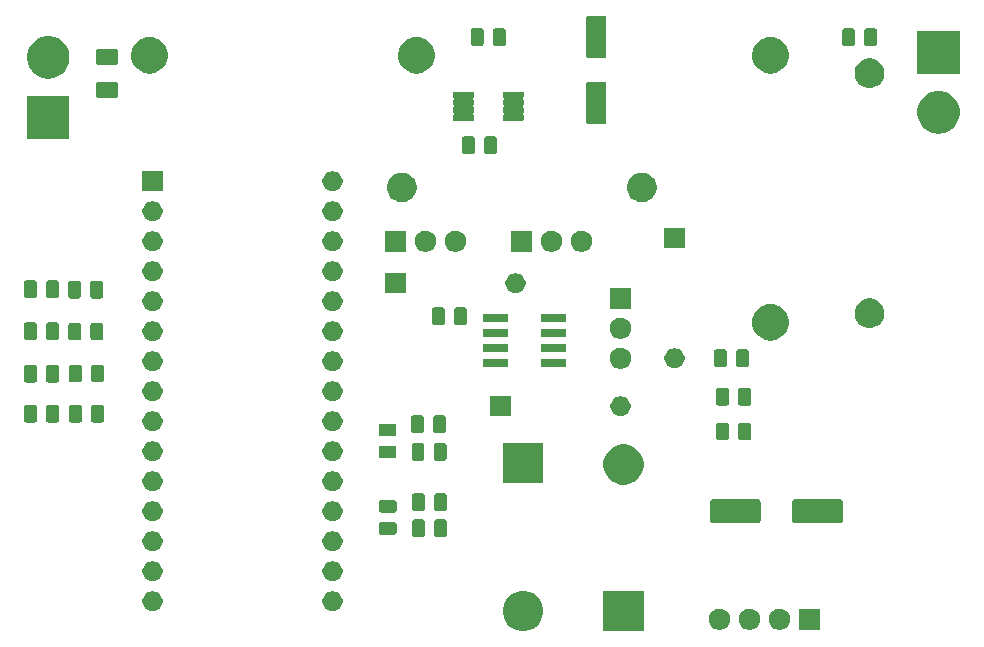
<source format=gbr>
G04 #@! TF.GenerationSoftware,KiCad,Pcbnew,(5.1.5)-3*
G04 #@! TF.CreationDate,2020-06-09T15:43:22-07:00*
G04 #@! TF.ProjectId,MTTP Charge Controller,4d545450-2043-4686-9172-676520436f6e,rev?*
G04 #@! TF.SameCoordinates,Original*
G04 #@! TF.FileFunction,Soldermask,Top*
G04 #@! TF.FilePolarity,Negative*
%FSLAX46Y46*%
G04 Gerber Fmt 4.6, Leading zero omitted, Abs format (unit mm)*
G04 Created by KiCad (PCBNEW (5.1.5)-3) date 2020-06-09 15:43:22*
%MOMM*%
%LPD*%
G04 APERTURE LIST*
%ADD10C,0.100000*%
G04 APERTURE END LIST*
D10*
G36*
X104063000Y-105895000D02*
G01*
X100661000Y-105895000D01*
X100661000Y-102493000D01*
X104063000Y-102493000D01*
X104063000Y-105895000D01*
G37*
G36*
X94358162Y-102558368D02*
G01*
X94667724Y-102686593D01*
X94667725Y-102686594D01*
X94946324Y-102872747D01*
X95183253Y-103109676D01*
X95306537Y-103294184D01*
X95369407Y-103388276D01*
X95497632Y-103697838D01*
X95563000Y-104026465D01*
X95563000Y-104361535D01*
X95497632Y-104690162D01*
X95369407Y-104999724D01*
X95369406Y-104999725D01*
X95183253Y-105278324D01*
X94946324Y-105515253D01*
X94816719Y-105601852D01*
X94667724Y-105701407D01*
X94358162Y-105829632D01*
X94029535Y-105895000D01*
X93694465Y-105895000D01*
X93365838Y-105829632D01*
X93056276Y-105701407D01*
X92907281Y-105601852D01*
X92777676Y-105515253D01*
X92540747Y-105278324D01*
X92354594Y-104999725D01*
X92354593Y-104999724D01*
X92226368Y-104690162D01*
X92161000Y-104361535D01*
X92161000Y-104026465D01*
X92226368Y-103697838D01*
X92354593Y-103388276D01*
X92417463Y-103294184D01*
X92540747Y-103109676D01*
X92777676Y-102872747D01*
X93056275Y-102686594D01*
X93056276Y-102686593D01*
X93365838Y-102558368D01*
X93694465Y-102493000D01*
X94029535Y-102493000D01*
X94358162Y-102558368D01*
G37*
G36*
X113143512Y-104005927D02*
G01*
X113292812Y-104035624D01*
X113456784Y-104103544D01*
X113604354Y-104202147D01*
X113729853Y-104327646D01*
X113828456Y-104475216D01*
X113896376Y-104639188D01*
X113931000Y-104813259D01*
X113931000Y-104990741D01*
X113896376Y-105164812D01*
X113828456Y-105328784D01*
X113729853Y-105476354D01*
X113604354Y-105601853D01*
X113456784Y-105700456D01*
X113292812Y-105768376D01*
X113143512Y-105798073D01*
X113118742Y-105803000D01*
X112941258Y-105803000D01*
X112916488Y-105798073D01*
X112767188Y-105768376D01*
X112603216Y-105700456D01*
X112455646Y-105601853D01*
X112330147Y-105476354D01*
X112231544Y-105328784D01*
X112163624Y-105164812D01*
X112129000Y-104990741D01*
X112129000Y-104813259D01*
X112163624Y-104639188D01*
X112231544Y-104475216D01*
X112330147Y-104327646D01*
X112455646Y-104202147D01*
X112603216Y-104103544D01*
X112767188Y-104035624D01*
X112916488Y-104005927D01*
X112941258Y-104001000D01*
X113118742Y-104001000D01*
X113143512Y-104005927D01*
G37*
G36*
X110603512Y-104005927D02*
G01*
X110752812Y-104035624D01*
X110916784Y-104103544D01*
X111064354Y-104202147D01*
X111189853Y-104327646D01*
X111288456Y-104475216D01*
X111356376Y-104639188D01*
X111391000Y-104813259D01*
X111391000Y-104990741D01*
X111356376Y-105164812D01*
X111288456Y-105328784D01*
X111189853Y-105476354D01*
X111064354Y-105601853D01*
X110916784Y-105700456D01*
X110752812Y-105768376D01*
X110603512Y-105798073D01*
X110578742Y-105803000D01*
X110401258Y-105803000D01*
X110376488Y-105798073D01*
X110227188Y-105768376D01*
X110063216Y-105700456D01*
X109915646Y-105601853D01*
X109790147Y-105476354D01*
X109691544Y-105328784D01*
X109623624Y-105164812D01*
X109589000Y-104990741D01*
X109589000Y-104813259D01*
X109623624Y-104639188D01*
X109691544Y-104475216D01*
X109790147Y-104327646D01*
X109915646Y-104202147D01*
X110063216Y-104103544D01*
X110227188Y-104035624D01*
X110376488Y-104005927D01*
X110401258Y-104001000D01*
X110578742Y-104001000D01*
X110603512Y-104005927D01*
G37*
G36*
X119011000Y-105803000D02*
G01*
X117209000Y-105803000D01*
X117209000Y-104001000D01*
X119011000Y-104001000D01*
X119011000Y-105803000D01*
G37*
G36*
X115683512Y-104005927D02*
G01*
X115832812Y-104035624D01*
X115996784Y-104103544D01*
X116144354Y-104202147D01*
X116269853Y-104327646D01*
X116368456Y-104475216D01*
X116436376Y-104639188D01*
X116471000Y-104813259D01*
X116471000Y-104990741D01*
X116436376Y-105164812D01*
X116368456Y-105328784D01*
X116269853Y-105476354D01*
X116144354Y-105601853D01*
X115996784Y-105700456D01*
X115832812Y-105768376D01*
X115683512Y-105798073D01*
X115658742Y-105803000D01*
X115481258Y-105803000D01*
X115456488Y-105798073D01*
X115307188Y-105768376D01*
X115143216Y-105700456D01*
X114995646Y-105601853D01*
X114870147Y-105476354D01*
X114771544Y-105328784D01*
X114703624Y-105164812D01*
X114669000Y-104990741D01*
X114669000Y-104813259D01*
X114703624Y-104639188D01*
X114771544Y-104475216D01*
X114870147Y-104327646D01*
X114995646Y-104202147D01*
X115143216Y-104103544D01*
X115307188Y-104035624D01*
X115456488Y-104005927D01*
X115481258Y-104001000D01*
X115658742Y-104001000D01*
X115683512Y-104005927D01*
G37*
G36*
X77972228Y-102559703D02*
G01*
X78127100Y-102623853D01*
X78266481Y-102716985D01*
X78385015Y-102835519D01*
X78478147Y-102974900D01*
X78542297Y-103129772D01*
X78575000Y-103294184D01*
X78575000Y-103461816D01*
X78542297Y-103626228D01*
X78478147Y-103781100D01*
X78385015Y-103920481D01*
X78266481Y-104039015D01*
X78127100Y-104132147D01*
X77972228Y-104196297D01*
X77807816Y-104229000D01*
X77640184Y-104229000D01*
X77475772Y-104196297D01*
X77320900Y-104132147D01*
X77181519Y-104039015D01*
X77062985Y-103920481D01*
X76969853Y-103781100D01*
X76905703Y-103626228D01*
X76873000Y-103461816D01*
X76873000Y-103294184D01*
X76905703Y-103129772D01*
X76969853Y-102974900D01*
X77062985Y-102835519D01*
X77181519Y-102716985D01*
X77320900Y-102623853D01*
X77475772Y-102559703D01*
X77640184Y-102527000D01*
X77807816Y-102527000D01*
X77972228Y-102559703D01*
G37*
G36*
X62732228Y-102559703D02*
G01*
X62887100Y-102623853D01*
X63026481Y-102716985D01*
X63145015Y-102835519D01*
X63238147Y-102974900D01*
X63302297Y-103129772D01*
X63335000Y-103294184D01*
X63335000Y-103461816D01*
X63302297Y-103626228D01*
X63238147Y-103781100D01*
X63145015Y-103920481D01*
X63026481Y-104039015D01*
X62887100Y-104132147D01*
X62732228Y-104196297D01*
X62567816Y-104229000D01*
X62400184Y-104229000D01*
X62235772Y-104196297D01*
X62080900Y-104132147D01*
X61941519Y-104039015D01*
X61822985Y-103920481D01*
X61729853Y-103781100D01*
X61665703Y-103626228D01*
X61633000Y-103461816D01*
X61633000Y-103294184D01*
X61665703Y-103129772D01*
X61729853Y-102974900D01*
X61822985Y-102835519D01*
X61941519Y-102716985D01*
X62080900Y-102623853D01*
X62235772Y-102559703D01*
X62400184Y-102527000D01*
X62567816Y-102527000D01*
X62732228Y-102559703D01*
G37*
G36*
X62732228Y-100019703D02*
G01*
X62887100Y-100083853D01*
X63026481Y-100176985D01*
X63145015Y-100295519D01*
X63238147Y-100434900D01*
X63302297Y-100589772D01*
X63335000Y-100754184D01*
X63335000Y-100921816D01*
X63302297Y-101086228D01*
X63238147Y-101241100D01*
X63145015Y-101380481D01*
X63026481Y-101499015D01*
X62887100Y-101592147D01*
X62732228Y-101656297D01*
X62567816Y-101689000D01*
X62400184Y-101689000D01*
X62235772Y-101656297D01*
X62080900Y-101592147D01*
X61941519Y-101499015D01*
X61822985Y-101380481D01*
X61729853Y-101241100D01*
X61665703Y-101086228D01*
X61633000Y-100921816D01*
X61633000Y-100754184D01*
X61665703Y-100589772D01*
X61729853Y-100434900D01*
X61822985Y-100295519D01*
X61941519Y-100176985D01*
X62080900Y-100083853D01*
X62235772Y-100019703D01*
X62400184Y-99987000D01*
X62567816Y-99987000D01*
X62732228Y-100019703D01*
G37*
G36*
X77972228Y-100019703D02*
G01*
X78127100Y-100083853D01*
X78266481Y-100176985D01*
X78385015Y-100295519D01*
X78478147Y-100434900D01*
X78542297Y-100589772D01*
X78575000Y-100754184D01*
X78575000Y-100921816D01*
X78542297Y-101086228D01*
X78478147Y-101241100D01*
X78385015Y-101380481D01*
X78266481Y-101499015D01*
X78127100Y-101592147D01*
X77972228Y-101656297D01*
X77807816Y-101689000D01*
X77640184Y-101689000D01*
X77475772Y-101656297D01*
X77320900Y-101592147D01*
X77181519Y-101499015D01*
X77062985Y-101380481D01*
X76969853Y-101241100D01*
X76905703Y-101086228D01*
X76873000Y-100921816D01*
X76873000Y-100754184D01*
X76905703Y-100589772D01*
X76969853Y-100434900D01*
X77062985Y-100295519D01*
X77181519Y-100176985D01*
X77320900Y-100083853D01*
X77475772Y-100019703D01*
X77640184Y-99987000D01*
X77807816Y-99987000D01*
X77972228Y-100019703D01*
G37*
G36*
X62732228Y-97479703D02*
G01*
X62887100Y-97543853D01*
X63026481Y-97636985D01*
X63145015Y-97755519D01*
X63238147Y-97894900D01*
X63302297Y-98049772D01*
X63335000Y-98214184D01*
X63335000Y-98381816D01*
X63302297Y-98546228D01*
X63238147Y-98701100D01*
X63145015Y-98840481D01*
X63026481Y-98959015D01*
X62887100Y-99052147D01*
X62732228Y-99116297D01*
X62567816Y-99149000D01*
X62400184Y-99149000D01*
X62235772Y-99116297D01*
X62080900Y-99052147D01*
X61941519Y-98959015D01*
X61822985Y-98840481D01*
X61729853Y-98701100D01*
X61665703Y-98546228D01*
X61633000Y-98381816D01*
X61633000Y-98214184D01*
X61665703Y-98049772D01*
X61729853Y-97894900D01*
X61822985Y-97755519D01*
X61941519Y-97636985D01*
X62080900Y-97543853D01*
X62235772Y-97479703D01*
X62400184Y-97447000D01*
X62567816Y-97447000D01*
X62732228Y-97479703D01*
G37*
G36*
X77972228Y-97479703D02*
G01*
X78127100Y-97543853D01*
X78266481Y-97636985D01*
X78385015Y-97755519D01*
X78478147Y-97894900D01*
X78542297Y-98049772D01*
X78575000Y-98214184D01*
X78575000Y-98381816D01*
X78542297Y-98546228D01*
X78478147Y-98701100D01*
X78385015Y-98840481D01*
X78266481Y-98959015D01*
X78127100Y-99052147D01*
X77972228Y-99116297D01*
X77807816Y-99149000D01*
X77640184Y-99149000D01*
X77475772Y-99116297D01*
X77320900Y-99052147D01*
X77181519Y-98959015D01*
X77062985Y-98840481D01*
X76969853Y-98701100D01*
X76905703Y-98546228D01*
X76873000Y-98381816D01*
X76873000Y-98214184D01*
X76905703Y-98049772D01*
X76969853Y-97894900D01*
X77062985Y-97755519D01*
X77181519Y-97636985D01*
X77320900Y-97543853D01*
X77475772Y-97479703D01*
X77640184Y-97447000D01*
X77807816Y-97447000D01*
X77972228Y-97479703D01*
G37*
G36*
X85364968Y-96453565D02*
G01*
X85403638Y-96465296D01*
X85439277Y-96484346D01*
X85470517Y-96509983D01*
X85496154Y-96541223D01*
X85515204Y-96576862D01*
X85526935Y-96615532D01*
X85531500Y-96661888D01*
X85531500Y-97738112D01*
X85526935Y-97784468D01*
X85515204Y-97823138D01*
X85496154Y-97858777D01*
X85470517Y-97890017D01*
X85439277Y-97915654D01*
X85403638Y-97934704D01*
X85364968Y-97946435D01*
X85318612Y-97951000D01*
X84667388Y-97951000D01*
X84621032Y-97946435D01*
X84582362Y-97934704D01*
X84546723Y-97915654D01*
X84515483Y-97890017D01*
X84489846Y-97858777D01*
X84470796Y-97823138D01*
X84459065Y-97784468D01*
X84454500Y-97738112D01*
X84454500Y-96661888D01*
X84459065Y-96615532D01*
X84470796Y-96576862D01*
X84489846Y-96541223D01*
X84515483Y-96509983D01*
X84546723Y-96484346D01*
X84582362Y-96465296D01*
X84621032Y-96453565D01*
X84667388Y-96449000D01*
X85318612Y-96449000D01*
X85364968Y-96453565D01*
G37*
G36*
X87239968Y-96453565D02*
G01*
X87278638Y-96465296D01*
X87314277Y-96484346D01*
X87345517Y-96509983D01*
X87371154Y-96541223D01*
X87390204Y-96576862D01*
X87401935Y-96615532D01*
X87406500Y-96661888D01*
X87406500Y-97738112D01*
X87401935Y-97784468D01*
X87390204Y-97823138D01*
X87371154Y-97858777D01*
X87345517Y-97890017D01*
X87314277Y-97915654D01*
X87278638Y-97934704D01*
X87239968Y-97946435D01*
X87193612Y-97951000D01*
X86542388Y-97951000D01*
X86496032Y-97946435D01*
X86457362Y-97934704D01*
X86421723Y-97915654D01*
X86390483Y-97890017D01*
X86364846Y-97858777D01*
X86345796Y-97823138D01*
X86334065Y-97784468D01*
X86329500Y-97738112D01*
X86329500Y-96661888D01*
X86334065Y-96615532D01*
X86345796Y-96576862D01*
X86364846Y-96541223D01*
X86390483Y-96509983D01*
X86421723Y-96484346D01*
X86457362Y-96465296D01*
X86496032Y-96453565D01*
X86542388Y-96449000D01*
X87193612Y-96449000D01*
X87239968Y-96453565D01*
G37*
G36*
X82984468Y-96666065D02*
G01*
X83023138Y-96677796D01*
X83058777Y-96696846D01*
X83090017Y-96722483D01*
X83115654Y-96753723D01*
X83134704Y-96789362D01*
X83146435Y-96828032D01*
X83151000Y-96874388D01*
X83151000Y-97525612D01*
X83146435Y-97571968D01*
X83134704Y-97610638D01*
X83115654Y-97646277D01*
X83090017Y-97677517D01*
X83058777Y-97703154D01*
X83023138Y-97722204D01*
X82984468Y-97733935D01*
X82938112Y-97738500D01*
X81861888Y-97738500D01*
X81815532Y-97733935D01*
X81776862Y-97722204D01*
X81741223Y-97703154D01*
X81709983Y-97677517D01*
X81684346Y-97646277D01*
X81665296Y-97610638D01*
X81653565Y-97571968D01*
X81649000Y-97525612D01*
X81649000Y-96874388D01*
X81653565Y-96828032D01*
X81665296Y-96789362D01*
X81684346Y-96753723D01*
X81709983Y-96722483D01*
X81741223Y-96696846D01*
X81776862Y-96677796D01*
X81815532Y-96666065D01*
X81861888Y-96661500D01*
X82938112Y-96661500D01*
X82984468Y-96666065D01*
G37*
G36*
X120778986Y-94760885D02*
G01*
X120811014Y-94770601D01*
X120840524Y-94786374D01*
X120866394Y-94807606D01*
X120887626Y-94833476D01*
X120903399Y-94862986D01*
X120913115Y-94895014D01*
X120917000Y-94934457D01*
X120917000Y-96581543D01*
X120913115Y-96620986D01*
X120903399Y-96653014D01*
X120887626Y-96682524D01*
X120866394Y-96708394D01*
X120840524Y-96729626D01*
X120811014Y-96745399D01*
X120778986Y-96755115D01*
X120739543Y-96759000D01*
X116842457Y-96759000D01*
X116803014Y-96755115D01*
X116770986Y-96745399D01*
X116741476Y-96729626D01*
X116715606Y-96708394D01*
X116694374Y-96682524D01*
X116678601Y-96653014D01*
X116668885Y-96620986D01*
X116665000Y-96581543D01*
X116665000Y-94934457D01*
X116668885Y-94895014D01*
X116678601Y-94862986D01*
X116694374Y-94833476D01*
X116715606Y-94807606D01*
X116741476Y-94786374D01*
X116770986Y-94770601D01*
X116803014Y-94760885D01*
X116842457Y-94757000D01*
X120739543Y-94757000D01*
X120778986Y-94760885D01*
G37*
G36*
X113828986Y-94760885D02*
G01*
X113861014Y-94770601D01*
X113890524Y-94786374D01*
X113916394Y-94807606D01*
X113937626Y-94833476D01*
X113953399Y-94862986D01*
X113963115Y-94895014D01*
X113967000Y-94934457D01*
X113967000Y-96581543D01*
X113963115Y-96620986D01*
X113953399Y-96653014D01*
X113937626Y-96682524D01*
X113916394Y-96708394D01*
X113890524Y-96729626D01*
X113861014Y-96745399D01*
X113828986Y-96755115D01*
X113789543Y-96759000D01*
X109892457Y-96759000D01*
X109853014Y-96755115D01*
X109820986Y-96745399D01*
X109791476Y-96729626D01*
X109765606Y-96708394D01*
X109744374Y-96682524D01*
X109728601Y-96653014D01*
X109718885Y-96620986D01*
X109715000Y-96581543D01*
X109715000Y-94934457D01*
X109718885Y-94895014D01*
X109728601Y-94862986D01*
X109744374Y-94833476D01*
X109765606Y-94807606D01*
X109791476Y-94786374D01*
X109820986Y-94770601D01*
X109853014Y-94760885D01*
X109892457Y-94757000D01*
X113789543Y-94757000D01*
X113828986Y-94760885D01*
G37*
G36*
X62732228Y-94939703D02*
G01*
X62887100Y-95003853D01*
X63026481Y-95096985D01*
X63145015Y-95215519D01*
X63238147Y-95354900D01*
X63302297Y-95509772D01*
X63335000Y-95674184D01*
X63335000Y-95841816D01*
X63302297Y-96006228D01*
X63238147Y-96161100D01*
X63145015Y-96300481D01*
X63026481Y-96419015D01*
X62887100Y-96512147D01*
X62732228Y-96576297D01*
X62567816Y-96609000D01*
X62400184Y-96609000D01*
X62235772Y-96576297D01*
X62080900Y-96512147D01*
X61941519Y-96419015D01*
X61822985Y-96300481D01*
X61729853Y-96161100D01*
X61665703Y-96006228D01*
X61633000Y-95841816D01*
X61633000Y-95674184D01*
X61665703Y-95509772D01*
X61729853Y-95354900D01*
X61822985Y-95215519D01*
X61941519Y-95096985D01*
X62080900Y-95003853D01*
X62235772Y-94939703D01*
X62400184Y-94907000D01*
X62567816Y-94907000D01*
X62732228Y-94939703D01*
G37*
G36*
X77972228Y-94939703D02*
G01*
X78127100Y-95003853D01*
X78266481Y-95096985D01*
X78385015Y-95215519D01*
X78478147Y-95354900D01*
X78542297Y-95509772D01*
X78575000Y-95674184D01*
X78575000Y-95841816D01*
X78542297Y-96006228D01*
X78478147Y-96161100D01*
X78385015Y-96300481D01*
X78266481Y-96419015D01*
X78127100Y-96512147D01*
X77972228Y-96576297D01*
X77807816Y-96609000D01*
X77640184Y-96609000D01*
X77475772Y-96576297D01*
X77320900Y-96512147D01*
X77181519Y-96419015D01*
X77062985Y-96300481D01*
X76969853Y-96161100D01*
X76905703Y-96006228D01*
X76873000Y-95841816D01*
X76873000Y-95674184D01*
X76905703Y-95509772D01*
X76969853Y-95354900D01*
X77062985Y-95215519D01*
X77181519Y-95096985D01*
X77320900Y-95003853D01*
X77475772Y-94939703D01*
X77640184Y-94907000D01*
X77807816Y-94907000D01*
X77972228Y-94939703D01*
G37*
G36*
X82984468Y-94791065D02*
G01*
X83023138Y-94802796D01*
X83058777Y-94821846D01*
X83090017Y-94847483D01*
X83115654Y-94878723D01*
X83134704Y-94914362D01*
X83146435Y-94953032D01*
X83151000Y-94999388D01*
X83151000Y-95650612D01*
X83146435Y-95696968D01*
X83134704Y-95735638D01*
X83115654Y-95771277D01*
X83090017Y-95802517D01*
X83058777Y-95828154D01*
X83023138Y-95847204D01*
X82984468Y-95858935D01*
X82938112Y-95863500D01*
X81861888Y-95863500D01*
X81815532Y-95858935D01*
X81776862Y-95847204D01*
X81741223Y-95828154D01*
X81709983Y-95802517D01*
X81684346Y-95771277D01*
X81665296Y-95735638D01*
X81653565Y-95696968D01*
X81649000Y-95650612D01*
X81649000Y-94999388D01*
X81653565Y-94953032D01*
X81665296Y-94914362D01*
X81684346Y-94878723D01*
X81709983Y-94847483D01*
X81741223Y-94821846D01*
X81776862Y-94802796D01*
X81815532Y-94791065D01*
X81861888Y-94786500D01*
X82938112Y-94786500D01*
X82984468Y-94791065D01*
G37*
G36*
X87239968Y-94249565D02*
G01*
X87278638Y-94261296D01*
X87314277Y-94280346D01*
X87345517Y-94305983D01*
X87371154Y-94337223D01*
X87390204Y-94372862D01*
X87401935Y-94411532D01*
X87406500Y-94457888D01*
X87406500Y-95534112D01*
X87401935Y-95580468D01*
X87390204Y-95619138D01*
X87371154Y-95654777D01*
X87345517Y-95686017D01*
X87314277Y-95711654D01*
X87278638Y-95730704D01*
X87239968Y-95742435D01*
X87193612Y-95747000D01*
X86542388Y-95747000D01*
X86496032Y-95742435D01*
X86457362Y-95730704D01*
X86421723Y-95711654D01*
X86390483Y-95686017D01*
X86364846Y-95654777D01*
X86345796Y-95619138D01*
X86334065Y-95580468D01*
X86329500Y-95534112D01*
X86329500Y-94457888D01*
X86334065Y-94411532D01*
X86345796Y-94372862D01*
X86364846Y-94337223D01*
X86390483Y-94305983D01*
X86421723Y-94280346D01*
X86457362Y-94261296D01*
X86496032Y-94249565D01*
X86542388Y-94245000D01*
X87193612Y-94245000D01*
X87239968Y-94249565D01*
G37*
G36*
X85364968Y-94249565D02*
G01*
X85403638Y-94261296D01*
X85439277Y-94280346D01*
X85470517Y-94305983D01*
X85496154Y-94337223D01*
X85515204Y-94372862D01*
X85526935Y-94411532D01*
X85531500Y-94457888D01*
X85531500Y-95534112D01*
X85526935Y-95580468D01*
X85515204Y-95619138D01*
X85496154Y-95654777D01*
X85470517Y-95686017D01*
X85439277Y-95711654D01*
X85403638Y-95730704D01*
X85364968Y-95742435D01*
X85318612Y-95747000D01*
X84667388Y-95747000D01*
X84621032Y-95742435D01*
X84582362Y-95730704D01*
X84546723Y-95711654D01*
X84515483Y-95686017D01*
X84489846Y-95654777D01*
X84470796Y-95619138D01*
X84459065Y-95580468D01*
X84454500Y-95534112D01*
X84454500Y-94457888D01*
X84459065Y-94411532D01*
X84470796Y-94372862D01*
X84489846Y-94337223D01*
X84515483Y-94305983D01*
X84546723Y-94280346D01*
X84582362Y-94261296D01*
X84621032Y-94249565D01*
X84667388Y-94245000D01*
X85318612Y-94245000D01*
X85364968Y-94249565D01*
G37*
G36*
X62732228Y-92399703D02*
G01*
X62887100Y-92463853D01*
X63026481Y-92556985D01*
X63145015Y-92675519D01*
X63238147Y-92814900D01*
X63302297Y-92969772D01*
X63335000Y-93134184D01*
X63335000Y-93301816D01*
X63302297Y-93466228D01*
X63238147Y-93621100D01*
X63145015Y-93760481D01*
X63026481Y-93879015D01*
X62887100Y-93972147D01*
X62732228Y-94036297D01*
X62567816Y-94069000D01*
X62400184Y-94069000D01*
X62235772Y-94036297D01*
X62080900Y-93972147D01*
X61941519Y-93879015D01*
X61822985Y-93760481D01*
X61729853Y-93621100D01*
X61665703Y-93466228D01*
X61633000Y-93301816D01*
X61633000Y-93134184D01*
X61665703Y-92969772D01*
X61729853Y-92814900D01*
X61822985Y-92675519D01*
X61941519Y-92556985D01*
X62080900Y-92463853D01*
X62235772Y-92399703D01*
X62400184Y-92367000D01*
X62567816Y-92367000D01*
X62732228Y-92399703D01*
G37*
G36*
X77972228Y-92399703D02*
G01*
X78127100Y-92463853D01*
X78266481Y-92556985D01*
X78385015Y-92675519D01*
X78478147Y-92814900D01*
X78542297Y-92969772D01*
X78575000Y-93134184D01*
X78575000Y-93301816D01*
X78542297Y-93466228D01*
X78478147Y-93621100D01*
X78385015Y-93760481D01*
X78266481Y-93879015D01*
X78127100Y-93972147D01*
X77972228Y-94036297D01*
X77807816Y-94069000D01*
X77640184Y-94069000D01*
X77475772Y-94036297D01*
X77320900Y-93972147D01*
X77181519Y-93879015D01*
X77062985Y-93760481D01*
X76969853Y-93621100D01*
X76905703Y-93466228D01*
X76873000Y-93301816D01*
X76873000Y-93134184D01*
X76905703Y-92969772D01*
X76969853Y-92814900D01*
X77062985Y-92675519D01*
X77181519Y-92556985D01*
X77320900Y-92463853D01*
X77475772Y-92399703D01*
X77640184Y-92367000D01*
X77807816Y-92367000D01*
X77972228Y-92399703D01*
G37*
G36*
X102858162Y-90158368D02*
G01*
X103167724Y-90286593D01*
X103189619Y-90301223D01*
X103446324Y-90472747D01*
X103683253Y-90709676D01*
X103807637Y-90895830D01*
X103869407Y-90988276D01*
X103997632Y-91297838D01*
X104063000Y-91626465D01*
X104063000Y-91961535D01*
X103997632Y-92290162D01*
X103869407Y-92599724D01*
X103869406Y-92599725D01*
X103683253Y-92878324D01*
X103446324Y-93115253D01*
X103260170Y-93239637D01*
X103167724Y-93301407D01*
X102858162Y-93429632D01*
X102529535Y-93495000D01*
X102194465Y-93495000D01*
X101865838Y-93429632D01*
X101556276Y-93301407D01*
X101463830Y-93239637D01*
X101277676Y-93115253D01*
X101040747Y-92878324D01*
X100854594Y-92599725D01*
X100854593Y-92599724D01*
X100726368Y-92290162D01*
X100661000Y-91961535D01*
X100661000Y-91626465D01*
X100726368Y-91297838D01*
X100854593Y-90988276D01*
X100916363Y-90895830D01*
X101040747Y-90709676D01*
X101277676Y-90472747D01*
X101534381Y-90301223D01*
X101556276Y-90286593D01*
X101865838Y-90158368D01*
X102194465Y-90093000D01*
X102529535Y-90093000D01*
X102858162Y-90158368D01*
G37*
G36*
X95563000Y-93395000D02*
G01*
X92161000Y-93395000D01*
X92161000Y-89993000D01*
X95563000Y-89993000D01*
X95563000Y-93395000D01*
G37*
G36*
X62732228Y-89859703D02*
G01*
X62887100Y-89923853D01*
X63026481Y-90016985D01*
X63145015Y-90135519D01*
X63238147Y-90274900D01*
X63302297Y-90429772D01*
X63335000Y-90594184D01*
X63335000Y-90761816D01*
X63302297Y-90926228D01*
X63238147Y-91081100D01*
X63145015Y-91220481D01*
X63026481Y-91339015D01*
X62887100Y-91432147D01*
X62732228Y-91496297D01*
X62567816Y-91529000D01*
X62400184Y-91529000D01*
X62235772Y-91496297D01*
X62080900Y-91432147D01*
X61941519Y-91339015D01*
X61822985Y-91220481D01*
X61729853Y-91081100D01*
X61665703Y-90926228D01*
X61633000Y-90761816D01*
X61633000Y-90594184D01*
X61665703Y-90429772D01*
X61729853Y-90274900D01*
X61822985Y-90135519D01*
X61941519Y-90016985D01*
X62080900Y-89923853D01*
X62235772Y-89859703D01*
X62400184Y-89827000D01*
X62567816Y-89827000D01*
X62732228Y-89859703D01*
G37*
G36*
X77972228Y-89859703D02*
G01*
X78127100Y-89923853D01*
X78266481Y-90016985D01*
X78385015Y-90135519D01*
X78478147Y-90274900D01*
X78542297Y-90429772D01*
X78575000Y-90594184D01*
X78575000Y-90761816D01*
X78542297Y-90926228D01*
X78478147Y-91081100D01*
X78385015Y-91220481D01*
X78266481Y-91339015D01*
X78127100Y-91432147D01*
X77972228Y-91496297D01*
X77807816Y-91529000D01*
X77640184Y-91529000D01*
X77475772Y-91496297D01*
X77320900Y-91432147D01*
X77181519Y-91339015D01*
X77062985Y-91220481D01*
X76969853Y-91081100D01*
X76905703Y-90926228D01*
X76873000Y-90761816D01*
X76873000Y-90594184D01*
X76905703Y-90429772D01*
X76969853Y-90274900D01*
X77062985Y-90135519D01*
X77181519Y-90016985D01*
X77320900Y-89923853D01*
X77475772Y-89859703D01*
X77640184Y-89827000D01*
X77807816Y-89827000D01*
X77972228Y-89859703D01*
G37*
G36*
X85344468Y-89973565D02*
G01*
X85383138Y-89985296D01*
X85418777Y-90004346D01*
X85450017Y-90029983D01*
X85475654Y-90061223D01*
X85494704Y-90096862D01*
X85506435Y-90135532D01*
X85511000Y-90181888D01*
X85511000Y-91258112D01*
X85506435Y-91304468D01*
X85494704Y-91343138D01*
X85475654Y-91378777D01*
X85450017Y-91410017D01*
X85418777Y-91435654D01*
X85383138Y-91454704D01*
X85344468Y-91466435D01*
X85298112Y-91471000D01*
X84646888Y-91471000D01*
X84600532Y-91466435D01*
X84561862Y-91454704D01*
X84526223Y-91435654D01*
X84494983Y-91410017D01*
X84469346Y-91378777D01*
X84450296Y-91343138D01*
X84438565Y-91304468D01*
X84434000Y-91258112D01*
X84434000Y-90181888D01*
X84438565Y-90135532D01*
X84450296Y-90096862D01*
X84469346Y-90061223D01*
X84494983Y-90029983D01*
X84526223Y-90004346D01*
X84561862Y-89985296D01*
X84600532Y-89973565D01*
X84646888Y-89969000D01*
X85298112Y-89969000D01*
X85344468Y-89973565D01*
G37*
G36*
X87219468Y-89973565D02*
G01*
X87258138Y-89985296D01*
X87293777Y-90004346D01*
X87325017Y-90029983D01*
X87350654Y-90061223D01*
X87369704Y-90096862D01*
X87381435Y-90135532D01*
X87386000Y-90181888D01*
X87386000Y-91258112D01*
X87381435Y-91304468D01*
X87369704Y-91343138D01*
X87350654Y-91378777D01*
X87325017Y-91410017D01*
X87293777Y-91435654D01*
X87258138Y-91454704D01*
X87219468Y-91466435D01*
X87173112Y-91471000D01*
X86521888Y-91471000D01*
X86475532Y-91466435D01*
X86436862Y-91454704D01*
X86401223Y-91435654D01*
X86369983Y-91410017D01*
X86344346Y-91378777D01*
X86325296Y-91343138D01*
X86313565Y-91304468D01*
X86309000Y-91258112D01*
X86309000Y-90181888D01*
X86313565Y-90135532D01*
X86325296Y-90096862D01*
X86344346Y-90061223D01*
X86369983Y-90029983D01*
X86401223Y-90004346D01*
X86436862Y-89985296D01*
X86475532Y-89973565D01*
X86521888Y-89969000D01*
X87173112Y-89969000D01*
X87219468Y-89973565D01*
G37*
G36*
X82974468Y-90213565D02*
G01*
X83013138Y-90225296D01*
X83048777Y-90244346D01*
X83080017Y-90269983D01*
X83105654Y-90301223D01*
X83124704Y-90336862D01*
X83136435Y-90375532D01*
X83141000Y-90421888D01*
X83141000Y-91073112D01*
X83136435Y-91119468D01*
X83124704Y-91158138D01*
X83105654Y-91193777D01*
X83080017Y-91225017D01*
X83048777Y-91250654D01*
X83013138Y-91269704D01*
X82974468Y-91281435D01*
X82928112Y-91286000D01*
X81851888Y-91286000D01*
X81805532Y-91281435D01*
X81766862Y-91269704D01*
X81731223Y-91250654D01*
X81699983Y-91225017D01*
X81674346Y-91193777D01*
X81655296Y-91158138D01*
X81643565Y-91119468D01*
X81639000Y-91073112D01*
X81639000Y-90421888D01*
X81643565Y-90375532D01*
X81655296Y-90336862D01*
X81674346Y-90301223D01*
X81699983Y-90269983D01*
X81731223Y-90244346D01*
X81766862Y-90225296D01*
X81805532Y-90213565D01*
X81851888Y-90209000D01*
X82928112Y-90209000D01*
X82974468Y-90213565D01*
G37*
G36*
X111121469Y-88268566D02*
G01*
X111160139Y-88280297D01*
X111195778Y-88299347D01*
X111227018Y-88324984D01*
X111252655Y-88356224D01*
X111271705Y-88391863D01*
X111283436Y-88430533D01*
X111288001Y-88476889D01*
X111288001Y-89553113D01*
X111283436Y-89599469D01*
X111271705Y-89638139D01*
X111252655Y-89673778D01*
X111227018Y-89705018D01*
X111195778Y-89730655D01*
X111160139Y-89749705D01*
X111121469Y-89761436D01*
X111075113Y-89766001D01*
X110423889Y-89766001D01*
X110377533Y-89761436D01*
X110338863Y-89749705D01*
X110303224Y-89730655D01*
X110271984Y-89705018D01*
X110246347Y-89673778D01*
X110227297Y-89638139D01*
X110215566Y-89599469D01*
X110211001Y-89553113D01*
X110211001Y-88476889D01*
X110215566Y-88430533D01*
X110227297Y-88391863D01*
X110246347Y-88356224D01*
X110271984Y-88324984D01*
X110303224Y-88299347D01*
X110338863Y-88280297D01*
X110377533Y-88268566D01*
X110423889Y-88264001D01*
X111075113Y-88264001D01*
X111121469Y-88268566D01*
G37*
G36*
X112996469Y-88268566D02*
G01*
X113035139Y-88280297D01*
X113070778Y-88299347D01*
X113102018Y-88324984D01*
X113127655Y-88356224D01*
X113146705Y-88391863D01*
X113158436Y-88430533D01*
X113163001Y-88476889D01*
X113163001Y-89553113D01*
X113158436Y-89599469D01*
X113146705Y-89638139D01*
X113127655Y-89673778D01*
X113102018Y-89705018D01*
X113070778Y-89730655D01*
X113035139Y-89749705D01*
X112996469Y-89761436D01*
X112950113Y-89766001D01*
X112298889Y-89766001D01*
X112252533Y-89761436D01*
X112213863Y-89749705D01*
X112178224Y-89730655D01*
X112146984Y-89705018D01*
X112121347Y-89673778D01*
X112102297Y-89638139D01*
X112090566Y-89599469D01*
X112086001Y-89553113D01*
X112086001Y-88476889D01*
X112090566Y-88430533D01*
X112102297Y-88391863D01*
X112121347Y-88356224D01*
X112146984Y-88324984D01*
X112178224Y-88299347D01*
X112213863Y-88280297D01*
X112252533Y-88268566D01*
X112298889Y-88264001D01*
X112950113Y-88264001D01*
X112996469Y-88268566D01*
G37*
G36*
X82974468Y-88338565D02*
G01*
X83013138Y-88350296D01*
X83048777Y-88369346D01*
X83080017Y-88394983D01*
X83105654Y-88426223D01*
X83124704Y-88461862D01*
X83136435Y-88500532D01*
X83141000Y-88546888D01*
X83141000Y-89198112D01*
X83136435Y-89244468D01*
X83124704Y-89283138D01*
X83105654Y-89318777D01*
X83080017Y-89350017D01*
X83048777Y-89375654D01*
X83013138Y-89394704D01*
X82974468Y-89406435D01*
X82928112Y-89411000D01*
X81851888Y-89411000D01*
X81805532Y-89406435D01*
X81766862Y-89394704D01*
X81731223Y-89375654D01*
X81699983Y-89350017D01*
X81674346Y-89318777D01*
X81655296Y-89283138D01*
X81643565Y-89244468D01*
X81639000Y-89198112D01*
X81639000Y-88546888D01*
X81643565Y-88500532D01*
X81655296Y-88461862D01*
X81674346Y-88426223D01*
X81699983Y-88394983D01*
X81731223Y-88369346D01*
X81766862Y-88350296D01*
X81805532Y-88338565D01*
X81851888Y-88334000D01*
X82928112Y-88334000D01*
X82974468Y-88338565D01*
G37*
G36*
X87161468Y-87645565D02*
G01*
X87200138Y-87657296D01*
X87235777Y-87676346D01*
X87267017Y-87701983D01*
X87292654Y-87733223D01*
X87311704Y-87768862D01*
X87323435Y-87807532D01*
X87328000Y-87853888D01*
X87328000Y-88930112D01*
X87323435Y-88976468D01*
X87311704Y-89015138D01*
X87292654Y-89050777D01*
X87267017Y-89082017D01*
X87235777Y-89107654D01*
X87200138Y-89126704D01*
X87161468Y-89138435D01*
X87115112Y-89143000D01*
X86463888Y-89143000D01*
X86417532Y-89138435D01*
X86378862Y-89126704D01*
X86343223Y-89107654D01*
X86311983Y-89082017D01*
X86286346Y-89050777D01*
X86267296Y-89015138D01*
X86255565Y-88976468D01*
X86251000Y-88930112D01*
X86251000Y-87853888D01*
X86255565Y-87807532D01*
X86267296Y-87768862D01*
X86286346Y-87733223D01*
X86311983Y-87701983D01*
X86343223Y-87676346D01*
X86378862Y-87657296D01*
X86417532Y-87645565D01*
X86463888Y-87641000D01*
X87115112Y-87641000D01*
X87161468Y-87645565D01*
G37*
G36*
X85286468Y-87645565D02*
G01*
X85325138Y-87657296D01*
X85360777Y-87676346D01*
X85392017Y-87701983D01*
X85417654Y-87733223D01*
X85436704Y-87768862D01*
X85448435Y-87807532D01*
X85453000Y-87853888D01*
X85453000Y-88930112D01*
X85448435Y-88976468D01*
X85436704Y-89015138D01*
X85417654Y-89050777D01*
X85392017Y-89082017D01*
X85360777Y-89107654D01*
X85325138Y-89126704D01*
X85286468Y-89138435D01*
X85240112Y-89143000D01*
X84588888Y-89143000D01*
X84542532Y-89138435D01*
X84503862Y-89126704D01*
X84468223Y-89107654D01*
X84436983Y-89082017D01*
X84411346Y-89050777D01*
X84392296Y-89015138D01*
X84380565Y-88976468D01*
X84376000Y-88930112D01*
X84376000Y-87853888D01*
X84380565Y-87807532D01*
X84392296Y-87768862D01*
X84411346Y-87733223D01*
X84436983Y-87701983D01*
X84468223Y-87676346D01*
X84503862Y-87657296D01*
X84542532Y-87645565D01*
X84588888Y-87641000D01*
X85240112Y-87641000D01*
X85286468Y-87645565D01*
G37*
G36*
X77972228Y-87319703D02*
G01*
X78127100Y-87383853D01*
X78266481Y-87476985D01*
X78385015Y-87595519D01*
X78478147Y-87734900D01*
X78542297Y-87889772D01*
X78575000Y-88054184D01*
X78575000Y-88221816D01*
X78542297Y-88386228D01*
X78478147Y-88541100D01*
X78385015Y-88680481D01*
X78266481Y-88799015D01*
X78127100Y-88892147D01*
X77972228Y-88956297D01*
X77807816Y-88989000D01*
X77640184Y-88989000D01*
X77475772Y-88956297D01*
X77320900Y-88892147D01*
X77181519Y-88799015D01*
X77062985Y-88680481D01*
X76969853Y-88541100D01*
X76905703Y-88386228D01*
X76873000Y-88221816D01*
X76873000Y-88054184D01*
X76905703Y-87889772D01*
X76969853Y-87734900D01*
X77062985Y-87595519D01*
X77181519Y-87476985D01*
X77320900Y-87383853D01*
X77475772Y-87319703D01*
X77640184Y-87287000D01*
X77807816Y-87287000D01*
X77972228Y-87319703D01*
G37*
G36*
X62732228Y-87319703D02*
G01*
X62887100Y-87383853D01*
X63026481Y-87476985D01*
X63145015Y-87595519D01*
X63238147Y-87734900D01*
X63302297Y-87889772D01*
X63335000Y-88054184D01*
X63335000Y-88221816D01*
X63302297Y-88386228D01*
X63238147Y-88541100D01*
X63145015Y-88680481D01*
X63026481Y-88799015D01*
X62887100Y-88892147D01*
X62732228Y-88956297D01*
X62567816Y-88989000D01*
X62400184Y-88989000D01*
X62235772Y-88956297D01*
X62080900Y-88892147D01*
X61941519Y-88799015D01*
X61822985Y-88680481D01*
X61729853Y-88541100D01*
X61665703Y-88386228D01*
X61633000Y-88221816D01*
X61633000Y-88054184D01*
X61665703Y-87889772D01*
X61729853Y-87734900D01*
X61822985Y-87595519D01*
X61941519Y-87476985D01*
X62080900Y-87383853D01*
X62235772Y-87319703D01*
X62400184Y-87287000D01*
X62567816Y-87287000D01*
X62732228Y-87319703D01*
G37*
G36*
X52520468Y-86753565D02*
G01*
X52559138Y-86765296D01*
X52594777Y-86784346D01*
X52626017Y-86809983D01*
X52651654Y-86841223D01*
X52670704Y-86876862D01*
X52682435Y-86915532D01*
X52687000Y-86961888D01*
X52687000Y-88038112D01*
X52682435Y-88084468D01*
X52670704Y-88123138D01*
X52651654Y-88158777D01*
X52626017Y-88190017D01*
X52594777Y-88215654D01*
X52559138Y-88234704D01*
X52520468Y-88246435D01*
X52474112Y-88251000D01*
X51822888Y-88251000D01*
X51776532Y-88246435D01*
X51737862Y-88234704D01*
X51702223Y-88215654D01*
X51670983Y-88190017D01*
X51645346Y-88158777D01*
X51626296Y-88123138D01*
X51614565Y-88084468D01*
X51610000Y-88038112D01*
X51610000Y-86961888D01*
X51614565Y-86915532D01*
X51626296Y-86876862D01*
X51645346Y-86841223D01*
X51670983Y-86809983D01*
X51702223Y-86784346D01*
X51737862Y-86765296D01*
X51776532Y-86753565D01*
X51822888Y-86749000D01*
X52474112Y-86749000D01*
X52520468Y-86753565D01*
G37*
G36*
X58205468Y-86753565D02*
G01*
X58244138Y-86765296D01*
X58279777Y-86784346D01*
X58311017Y-86809983D01*
X58336654Y-86841223D01*
X58355704Y-86876862D01*
X58367435Y-86915532D01*
X58372000Y-86961888D01*
X58372000Y-88038112D01*
X58367435Y-88084468D01*
X58355704Y-88123138D01*
X58336654Y-88158777D01*
X58311017Y-88190017D01*
X58279777Y-88215654D01*
X58244138Y-88234704D01*
X58205468Y-88246435D01*
X58159112Y-88251000D01*
X57507888Y-88251000D01*
X57461532Y-88246435D01*
X57422862Y-88234704D01*
X57387223Y-88215654D01*
X57355983Y-88190017D01*
X57330346Y-88158777D01*
X57311296Y-88123138D01*
X57299565Y-88084468D01*
X57295000Y-88038112D01*
X57295000Y-86961888D01*
X57299565Y-86915532D01*
X57311296Y-86876862D01*
X57330346Y-86841223D01*
X57355983Y-86809983D01*
X57387223Y-86784346D01*
X57422862Y-86765296D01*
X57461532Y-86753565D01*
X57507888Y-86749000D01*
X58159112Y-86749000D01*
X58205468Y-86753565D01*
G37*
G36*
X56330468Y-86753565D02*
G01*
X56369138Y-86765296D01*
X56404777Y-86784346D01*
X56436017Y-86809983D01*
X56461654Y-86841223D01*
X56480704Y-86876862D01*
X56492435Y-86915532D01*
X56497000Y-86961888D01*
X56497000Y-88038112D01*
X56492435Y-88084468D01*
X56480704Y-88123138D01*
X56461654Y-88158777D01*
X56436017Y-88190017D01*
X56404777Y-88215654D01*
X56369138Y-88234704D01*
X56330468Y-88246435D01*
X56284112Y-88251000D01*
X55632888Y-88251000D01*
X55586532Y-88246435D01*
X55547862Y-88234704D01*
X55512223Y-88215654D01*
X55480983Y-88190017D01*
X55455346Y-88158777D01*
X55436296Y-88123138D01*
X55424565Y-88084468D01*
X55420000Y-88038112D01*
X55420000Y-86961888D01*
X55424565Y-86915532D01*
X55436296Y-86876862D01*
X55455346Y-86841223D01*
X55480983Y-86809983D01*
X55512223Y-86784346D01*
X55547862Y-86765296D01*
X55586532Y-86753565D01*
X55632888Y-86749000D01*
X56284112Y-86749000D01*
X56330468Y-86753565D01*
G37*
G36*
X54395468Y-86753565D02*
G01*
X54434138Y-86765296D01*
X54469777Y-86784346D01*
X54501017Y-86809983D01*
X54526654Y-86841223D01*
X54545704Y-86876862D01*
X54557435Y-86915532D01*
X54562000Y-86961888D01*
X54562000Y-88038112D01*
X54557435Y-88084468D01*
X54545704Y-88123138D01*
X54526654Y-88158777D01*
X54501017Y-88190017D01*
X54469777Y-88215654D01*
X54434138Y-88234704D01*
X54395468Y-88246435D01*
X54349112Y-88251000D01*
X53697888Y-88251000D01*
X53651532Y-88246435D01*
X53612862Y-88234704D01*
X53577223Y-88215654D01*
X53545983Y-88190017D01*
X53520346Y-88158777D01*
X53501296Y-88123138D01*
X53489565Y-88084468D01*
X53485000Y-88038112D01*
X53485000Y-86961888D01*
X53489565Y-86915532D01*
X53501296Y-86876862D01*
X53520346Y-86841223D01*
X53545983Y-86809983D01*
X53577223Y-86784346D01*
X53612862Y-86765296D01*
X53651532Y-86753565D01*
X53697888Y-86749000D01*
X54349112Y-86749000D01*
X54395468Y-86753565D01*
G37*
G36*
X102356228Y-86049703D02*
G01*
X102511100Y-86113853D01*
X102650481Y-86206985D01*
X102769015Y-86325519D01*
X102862147Y-86464900D01*
X102926297Y-86619772D01*
X102959000Y-86784184D01*
X102959000Y-86951816D01*
X102926297Y-87116228D01*
X102862147Y-87271100D01*
X102769015Y-87410481D01*
X102650481Y-87529015D01*
X102511100Y-87622147D01*
X102356228Y-87686297D01*
X102191816Y-87719000D01*
X102024184Y-87719000D01*
X101859772Y-87686297D01*
X101704900Y-87622147D01*
X101565519Y-87529015D01*
X101446985Y-87410481D01*
X101353853Y-87271100D01*
X101289703Y-87116228D01*
X101257000Y-86951816D01*
X101257000Y-86784184D01*
X101289703Y-86619772D01*
X101353853Y-86464900D01*
X101446985Y-86325519D01*
X101565519Y-86206985D01*
X101704900Y-86113853D01*
X101859772Y-86049703D01*
X102024184Y-86017000D01*
X102191816Y-86017000D01*
X102356228Y-86049703D01*
G37*
G36*
X92799000Y-87719000D02*
G01*
X91097000Y-87719000D01*
X91097000Y-86017000D01*
X92799000Y-86017000D01*
X92799000Y-87719000D01*
G37*
G36*
X112996469Y-85318566D02*
G01*
X113035139Y-85330297D01*
X113070778Y-85349347D01*
X113102018Y-85374984D01*
X113127655Y-85406224D01*
X113146705Y-85441863D01*
X113158436Y-85480533D01*
X113163001Y-85526889D01*
X113163001Y-86603113D01*
X113158436Y-86649469D01*
X113146705Y-86688139D01*
X113127655Y-86723778D01*
X113102018Y-86755018D01*
X113070778Y-86780655D01*
X113035139Y-86799705D01*
X112996469Y-86811436D01*
X112950113Y-86816001D01*
X112298889Y-86816001D01*
X112252533Y-86811436D01*
X112213863Y-86799705D01*
X112178224Y-86780655D01*
X112146984Y-86755018D01*
X112121347Y-86723778D01*
X112102297Y-86688139D01*
X112090566Y-86649469D01*
X112086001Y-86603113D01*
X112086001Y-85526889D01*
X112090566Y-85480533D01*
X112102297Y-85441863D01*
X112121347Y-85406224D01*
X112146984Y-85374984D01*
X112178224Y-85349347D01*
X112213863Y-85330297D01*
X112252533Y-85318566D01*
X112298889Y-85314001D01*
X112950113Y-85314001D01*
X112996469Y-85318566D01*
G37*
G36*
X111121469Y-85318566D02*
G01*
X111160139Y-85330297D01*
X111195778Y-85349347D01*
X111227018Y-85374984D01*
X111252655Y-85406224D01*
X111271705Y-85441863D01*
X111283436Y-85480533D01*
X111288001Y-85526889D01*
X111288001Y-86603113D01*
X111283436Y-86649469D01*
X111271705Y-86688139D01*
X111252655Y-86723778D01*
X111227018Y-86755018D01*
X111195778Y-86780655D01*
X111160139Y-86799705D01*
X111121469Y-86811436D01*
X111075113Y-86816001D01*
X110423889Y-86816001D01*
X110377533Y-86811436D01*
X110338863Y-86799705D01*
X110303224Y-86780655D01*
X110271984Y-86755018D01*
X110246347Y-86723778D01*
X110227297Y-86688139D01*
X110215566Y-86649469D01*
X110211001Y-86603113D01*
X110211001Y-85526889D01*
X110215566Y-85480533D01*
X110227297Y-85441863D01*
X110246347Y-85406224D01*
X110271984Y-85374984D01*
X110303224Y-85349347D01*
X110338863Y-85330297D01*
X110377533Y-85318566D01*
X110423889Y-85314001D01*
X111075113Y-85314001D01*
X111121469Y-85318566D01*
G37*
G36*
X62732228Y-84779703D02*
G01*
X62887100Y-84843853D01*
X63026481Y-84936985D01*
X63145015Y-85055519D01*
X63238147Y-85194900D01*
X63302297Y-85349772D01*
X63335000Y-85514184D01*
X63335000Y-85681816D01*
X63302297Y-85846228D01*
X63238147Y-86001100D01*
X63145015Y-86140481D01*
X63026481Y-86259015D01*
X62887100Y-86352147D01*
X62732228Y-86416297D01*
X62567816Y-86449000D01*
X62400184Y-86449000D01*
X62235772Y-86416297D01*
X62080900Y-86352147D01*
X61941519Y-86259015D01*
X61822985Y-86140481D01*
X61729853Y-86001100D01*
X61665703Y-85846228D01*
X61633000Y-85681816D01*
X61633000Y-85514184D01*
X61665703Y-85349772D01*
X61729853Y-85194900D01*
X61822985Y-85055519D01*
X61941519Y-84936985D01*
X62080900Y-84843853D01*
X62235772Y-84779703D01*
X62400184Y-84747000D01*
X62567816Y-84747000D01*
X62732228Y-84779703D01*
G37*
G36*
X77972228Y-84779703D02*
G01*
X78127100Y-84843853D01*
X78266481Y-84936985D01*
X78385015Y-85055519D01*
X78478147Y-85194900D01*
X78542297Y-85349772D01*
X78575000Y-85514184D01*
X78575000Y-85681816D01*
X78542297Y-85846228D01*
X78478147Y-86001100D01*
X78385015Y-86140481D01*
X78266481Y-86259015D01*
X78127100Y-86352147D01*
X77972228Y-86416297D01*
X77807816Y-86449000D01*
X77640184Y-86449000D01*
X77475772Y-86416297D01*
X77320900Y-86352147D01*
X77181519Y-86259015D01*
X77062985Y-86140481D01*
X76969853Y-86001100D01*
X76905703Y-85846228D01*
X76873000Y-85681816D01*
X76873000Y-85514184D01*
X76905703Y-85349772D01*
X76969853Y-85194900D01*
X77062985Y-85055519D01*
X77181519Y-84936985D01*
X77320900Y-84843853D01*
X77475772Y-84779703D01*
X77640184Y-84747000D01*
X77807816Y-84747000D01*
X77972228Y-84779703D01*
G37*
G36*
X54395468Y-83373565D02*
G01*
X54434138Y-83385296D01*
X54469777Y-83404346D01*
X54501017Y-83429983D01*
X54526654Y-83461223D01*
X54545704Y-83496862D01*
X54557435Y-83535532D01*
X54562000Y-83581888D01*
X54562000Y-84658112D01*
X54557435Y-84704468D01*
X54545704Y-84743138D01*
X54526654Y-84778777D01*
X54501017Y-84810017D01*
X54469777Y-84835654D01*
X54434138Y-84854704D01*
X54395468Y-84866435D01*
X54349112Y-84871000D01*
X53697888Y-84871000D01*
X53651532Y-84866435D01*
X53612862Y-84854704D01*
X53577223Y-84835654D01*
X53545983Y-84810017D01*
X53520346Y-84778777D01*
X53501296Y-84743138D01*
X53489565Y-84704468D01*
X53485000Y-84658112D01*
X53485000Y-83581888D01*
X53489565Y-83535532D01*
X53501296Y-83496862D01*
X53520346Y-83461223D01*
X53545983Y-83429983D01*
X53577223Y-83404346D01*
X53612862Y-83385296D01*
X53651532Y-83373565D01*
X53697888Y-83369000D01*
X54349112Y-83369000D01*
X54395468Y-83373565D01*
G37*
G36*
X52520468Y-83373565D02*
G01*
X52559138Y-83385296D01*
X52594777Y-83404346D01*
X52626017Y-83429983D01*
X52651654Y-83461223D01*
X52670704Y-83496862D01*
X52682435Y-83535532D01*
X52687000Y-83581888D01*
X52687000Y-84658112D01*
X52682435Y-84704468D01*
X52670704Y-84743138D01*
X52651654Y-84778777D01*
X52626017Y-84810017D01*
X52594777Y-84835654D01*
X52559138Y-84854704D01*
X52520468Y-84866435D01*
X52474112Y-84871000D01*
X51822888Y-84871000D01*
X51776532Y-84866435D01*
X51737862Y-84854704D01*
X51702223Y-84835654D01*
X51670983Y-84810017D01*
X51645346Y-84778777D01*
X51626296Y-84743138D01*
X51614565Y-84704468D01*
X51610000Y-84658112D01*
X51610000Y-83581888D01*
X51614565Y-83535532D01*
X51626296Y-83496862D01*
X51645346Y-83461223D01*
X51670983Y-83429983D01*
X51702223Y-83404346D01*
X51737862Y-83385296D01*
X51776532Y-83373565D01*
X51822888Y-83369000D01*
X52474112Y-83369000D01*
X52520468Y-83373565D01*
G37*
G36*
X58205468Y-83353565D02*
G01*
X58244138Y-83365296D01*
X58279777Y-83384346D01*
X58311017Y-83409983D01*
X58336654Y-83441223D01*
X58355704Y-83476862D01*
X58367435Y-83515532D01*
X58372000Y-83561888D01*
X58372000Y-84638112D01*
X58367435Y-84684468D01*
X58355704Y-84723138D01*
X58336654Y-84758777D01*
X58311017Y-84790017D01*
X58279777Y-84815654D01*
X58244138Y-84834704D01*
X58205468Y-84846435D01*
X58159112Y-84851000D01*
X57507888Y-84851000D01*
X57461532Y-84846435D01*
X57422862Y-84834704D01*
X57387223Y-84815654D01*
X57355983Y-84790017D01*
X57330346Y-84758777D01*
X57311296Y-84723138D01*
X57299565Y-84684468D01*
X57295000Y-84638112D01*
X57295000Y-83561888D01*
X57299565Y-83515532D01*
X57311296Y-83476862D01*
X57330346Y-83441223D01*
X57355983Y-83409983D01*
X57387223Y-83384346D01*
X57422862Y-83365296D01*
X57461532Y-83353565D01*
X57507888Y-83349000D01*
X58159112Y-83349000D01*
X58205468Y-83353565D01*
G37*
G36*
X56330468Y-83353565D02*
G01*
X56369138Y-83365296D01*
X56404777Y-83384346D01*
X56436017Y-83409983D01*
X56461654Y-83441223D01*
X56480704Y-83476862D01*
X56492435Y-83515532D01*
X56497000Y-83561888D01*
X56497000Y-84638112D01*
X56492435Y-84684468D01*
X56480704Y-84723138D01*
X56461654Y-84758777D01*
X56436017Y-84790017D01*
X56404777Y-84815654D01*
X56369138Y-84834704D01*
X56330468Y-84846435D01*
X56284112Y-84851000D01*
X55632888Y-84851000D01*
X55586532Y-84846435D01*
X55547862Y-84834704D01*
X55512223Y-84815654D01*
X55480983Y-84790017D01*
X55455346Y-84758777D01*
X55436296Y-84723138D01*
X55424565Y-84684468D01*
X55420000Y-84638112D01*
X55420000Y-83561888D01*
X55424565Y-83515532D01*
X55436296Y-83476862D01*
X55455346Y-83441223D01*
X55480983Y-83409983D01*
X55512223Y-83384346D01*
X55547862Y-83365296D01*
X55586532Y-83353565D01*
X55632888Y-83349000D01*
X56284112Y-83349000D01*
X56330468Y-83353565D01*
G37*
G36*
X62732228Y-82239703D02*
G01*
X62887100Y-82303853D01*
X63026481Y-82396985D01*
X63145015Y-82515519D01*
X63238147Y-82654900D01*
X63302297Y-82809772D01*
X63335000Y-82974184D01*
X63335000Y-83141816D01*
X63302297Y-83306228D01*
X63238147Y-83461100D01*
X63145015Y-83600481D01*
X63026481Y-83719015D01*
X62887100Y-83812147D01*
X62732228Y-83876297D01*
X62567816Y-83909000D01*
X62400184Y-83909000D01*
X62235772Y-83876297D01*
X62080900Y-83812147D01*
X61941519Y-83719015D01*
X61822985Y-83600481D01*
X61729853Y-83461100D01*
X61665703Y-83306228D01*
X61633000Y-83141816D01*
X61633000Y-82974184D01*
X61665703Y-82809772D01*
X61729853Y-82654900D01*
X61822985Y-82515519D01*
X61941519Y-82396985D01*
X62080900Y-82303853D01*
X62235772Y-82239703D01*
X62400184Y-82207000D01*
X62567816Y-82207000D01*
X62732228Y-82239703D01*
G37*
G36*
X77972228Y-82239703D02*
G01*
X78127100Y-82303853D01*
X78266481Y-82396985D01*
X78385015Y-82515519D01*
X78478147Y-82654900D01*
X78542297Y-82809772D01*
X78575000Y-82974184D01*
X78575000Y-83141816D01*
X78542297Y-83306228D01*
X78478147Y-83461100D01*
X78385015Y-83600481D01*
X78266481Y-83719015D01*
X78127100Y-83812147D01*
X77972228Y-83876297D01*
X77807816Y-83909000D01*
X77640184Y-83909000D01*
X77475772Y-83876297D01*
X77320900Y-83812147D01*
X77181519Y-83719015D01*
X77062985Y-83600481D01*
X76969853Y-83461100D01*
X76905703Y-83306228D01*
X76873000Y-83141816D01*
X76873000Y-82974184D01*
X76905703Y-82809772D01*
X76969853Y-82654900D01*
X77062985Y-82515519D01*
X77181519Y-82396985D01*
X77320900Y-82303853D01*
X77475772Y-82239703D01*
X77640184Y-82207000D01*
X77807816Y-82207000D01*
X77972228Y-82239703D01*
G37*
G36*
X102221512Y-81907927D02*
G01*
X102370812Y-81937624D01*
X102534784Y-82005544D01*
X102682354Y-82104147D01*
X102807853Y-82229646D01*
X102906456Y-82377216D01*
X102974376Y-82541188D01*
X103009000Y-82715259D01*
X103009000Y-82892741D01*
X102974376Y-83066812D01*
X102906456Y-83230784D01*
X102807853Y-83378354D01*
X102682354Y-83503853D01*
X102534784Y-83602456D01*
X102370812Y-83670376D01*
X102221512Y-83700073D01*
X102196742Y-83705000D01*
X102019258Y-83705000D01*
X101994488Y-83700073D01*
X101845188Y-83670376D01*
X101681216Y-83602456D01*
X101533646Y-83503853D01*
X101408147Y-83378354D01*
X101309544Y-83230784D01*
X101241624Y-83066812D01*
X101207000Y-82892741D01*
X101207000Y-82715259D01*
X101241624Y-82541188D01*
X101309544Y-82377216D01*
X101408147Y-82229646D01*
X101533646Y-82104147D01*
X101681216Y-82005544D01*
X101845188Y-81937624D01*
X101994488Y-81907927D01*
X102019258Y-81903000D01*
X102196742Y-81903000D01*
X102221512Y-81907927D01*
G37*
G36*
X106928228Y-81985703D02*
G01*
X107083100Y-82049853D01*
X107222481Y-82142985D01*
X107341015Y-82261519D01*
X107434147Y-82400900D01*
X107498297Y-82555772D01*
X107531000Y-82720184D01*
X107531000Y-82887816D01*
X107498297Y-83052228D01*
X107434147Y-83207100D01*
X107341015Y-83346481D01*
X107222481Y-83465015D01*
X107083100Y-83558147D01*
X106928228Y-83622297D01*
X106763816Y-83655000D01*
X106596184Y-83655000D01*
X106431772Y-83622297D01*
X106276900Y-83558147D01*
X106137519Y-83465015D01*
X106018985Y-83346481D01*
X105925853Y-83207100D01*
X105861703Y-83052228D01*
X105829000Y-82887816D01*
X105829000Y-82720184D01*
X105861703Y-82555772D01*
X105925853Y-82400900D01*
X106018985Y-82261519D01*
X106137519Y-82142985D01*
X106276900Y-82049853D01*
X106431772Y-81985703D01*
X106596184Y-81953000D01*
X106763816Y-81953000D01*
X106928228Y-81985703D01*
G37*
G36*
X112815468Y-82057565D02*
G01*
X112854138Y-82069296D01*
X112889777Y-82088346D01*
X112921017Y-82113983D01*
X112946654Y-82145223D01*
X112965704Y-82180862D01*
X112977435Y-82219532D01*
X112982000Y-82265888D01*
X112982000Y-83342112D01*
X112977435Y-83388468D01*
X112965704Y-83427138D01*
X112946654Y-83462777D01*
X112921017Y-83494017D01*
X112889777Y-83519654D01*
X112854138Y-83538704D01*
X112815468Y-83550435D01*
X112769112Y-83555000D01*
X112117888Y-83555000D01*
X112071532Y-83550435D01*
X112032862Y-83538704D01*
X111997223Y-83519654D01*
X111965983Y-83494017D01*
X111940346Y-83462777D01*
X111921296Y-83427138D01*
X111909565Y-83388468D01*
X111905000Y-83342112D01*
X111905000Y-82265888D01*
X111909565Y-82219532D01*
X111921296Y-82180862D01*
X111940346Y-82145223D01*
X111965983Y-82113983D01*
X111997223Y-82088346D01*
X112032862Y-82069296D01*
X112071532Y-82057565D01*
X112117888Y-82053000D01*
X112769112Y-82053000D01*
X112815468Y-82057565D01*
G37*
G36*
X110940468Y-82057565D02*
G01*
X110979138Y-82069296D01*
X111014777Y-82088346D01*
X111046017Y-82113983D01*
X111071654Y-82145223D01*
X111090704Y-82180862D01*
X111102435Y-82219532D01*
X111107000Y-82265888D01*
X111107000Y-83342112D01*
X111102435Y-83388468D01*
X111090704Y-83427138D01*
X111071654Y-83462777D01*
X111046017Y-83494017D01*
X111014777Y-83519654D01*
X110979138Y-83538704D01*
X110940468Y-83550435D01*
X110894112Y-83555000D01*
X110242888Y-83555000D01*
X110196532Y-83550435D01*
X110157862Y-83538704D01*
X110122223Y-83519654D01*
X110090983Y-83494017D01*
X110065346Y-83462777D01*
X110046296Y-83427138D01*
X110034565Y-83388468D01*
X110030000Y-83342112D01*
X110030000Y-82265888D01*
X110034565Y-82219532D01*
X110046296Y-82180862D01*
X110065346Y-82145223D01*
X110090983Y-82113983D01*
X110122223Y-82088346D01*
X110157862Y-82069296D01*
X110196532Y-82057565D01*
X110242888Y-82053000D01*
X110894112Y-82053000D01*
X110940468Y-82057565D01*
G37*
G36*
X97485400Y-83515400D02*
G01*
X95402200Y-83515400D01*
X95402200Y-82854600D01*
X97485400Y-82854600D01*
X97485400Y-83515400D01*
G37*
G36*
X92557800Y-83515400D02*
G01*
X90474600Y-83515400D01*
X90474600Y-82854600D01*
X92557800Y-82854600D01*
X92557800Y-83515400D01*
G37*
G36*
X97485400Y-82245400D02*
G01*
X95402200Y-82245400D01*
X95402200Y-81584600D01*
X97485400Y-81584600D01*
X97485400Y-82245400D01*
G37*
G36*
X92557800Y-82245400D02*
G01*
X90474600Y-82245400D01*
X90474600Y-81584600D01*
X92557800Y-81584600D01*
X92557800Y-82245400D01*
G37*
G36*
X62732228Y-79699703D02*
G01*
X62887100Y-79763853D01*
X63026481Y-79856985D01*
X63145015Y-79975519D01*
X63238147Y-80114900D01*
X63302297Y-80269772D01*
X63335000Y-80434184D01*
X63335000Y-80601816D01*
X63302297Y-80766228D01*
X63238147Y-80921100D01*
X63145015Y-81060481D01*
X63026481Y-81179015D01*
X62887100Y-81272147D01*
X62732228Y-81336297D01*
X62567816Y-81369000D01*
X62400184Y-81369000D01*
X62235772Y-81336297D01*
X62080900Y-81272147D01*
X61941519Y-81179015D01*
X61822985Y-81060481D01*
X61729853Y-80921100D01*
X61665703Y-80766228D01*
X61633000Y-80601816D01*
X61633000Y-80434184D01*
X61665703Y-80269772D01*
X61729853Y-80114900D01*
X61822985Y-79975519D01*
X61941519Y-79856985D01*
X62080900Y-79763853D01*
X62235772Y-79699703D01*
X62400184Y-79667000D01*
X62567816Y-79667000D01*
X62732228Y-79699703D01*
G37*
G36*
X77972228Y-79699703D02*
G01*
X78127100Y-79763853D01*
X78266481Y-79856985D01*
X78385015Y-79975519D01*
X78478147Y-80114900D01*
X78542297Y-80269772D01*
X78575000Y-80434184D01*
X78575000Y-80601816D01*
X78542297Y-80766228D01*
X78478147Y-80921100D01*
X78385015Y-81060481D01*
X78266481Y-81179015D01*
X78127100Y-81272147D01*
X77972228Y-81336297D01*
X77807816Y-81369000D01*
X77640184Y-81369000D01*
X77475772Y-81336297D01*
X77320900Y-81272147D01*
X77181519Y-81179015D01*
X77062985Y-81060481D01*
X76969853Y-80921100D01*
X76905703Y-80766228D01*
X76873000Y-80601816D01*
X76873000Y-80434184D01*
X76905703Y-80269772D01*
X76969853Y-80114900D01*
X77062985Y-79975519D01*
X77181519Y-79856985D01*
X77320900Y-79763853D01*
X77475772Y-79699703D01*
X77640184Y-79667000D01*
X77807816Y-79667000D01*
X77972228Y-79699703D01*
G37*
G36*
X115097645Y-78226228D02*
G01*
X115260410Y-78258604D01*
X115542674Y-78375521D01*
X115796705Y-78545259D01*
X116012741Y-78761295D01*
X116182479Y-79015326D01*
X116224682Y-79117214D01*
X116299396Y-79297591D01*
X116359000Y-79597239D01*
X116359000Y-79902761D01*
X116339421Y-80001189D01*
X116299396Y-80202410D01*
X116182479Y-80484674D01*
X116012741Y-80738705D01*
X115796705Y-80954741D01*
X115542674Y-81124479D01*
X115260410Y-81241396D01*
X115110585Y-81271198D01*
X114960761Y-81301000D01*
X114655239Y-81301000D01*
X114505415Y-81271198D01*
X114355590Y-81241396D01*
X114073326Y-81124479D01*
X113819295Y-80954741D01*
X113603259Y-80738705D01*
X113433521Y-80484674D01*
X113316604Y-80202410D01*
X113276579Y-80001189D01*
X113257000Y-79902761D01*
X113257000Y-79597239D01*
X113316604Y-79297591D01*
X113391318Y-79117214D01*
X113433521Y-79015326D01*
X113603259Y-78761295D01*
X113819295Y-78545259D01*
X114073326Y-78375521D01*
X114355590Y-78258604D01*
X114518355Y-78226228D01*
X114655239Y-78199000D01*
X114960761Y-78199000D01*
X115097645Y-78226228D01*
G37*
G36*
X58147468Y-79789565D02*
G01*
X58186138Y-79801296D01*
X58221777Y-79820346D01*
X58253017Y-79845983D01*
X58278654Y-79877223D01*
X58297704Y-79912862D01*
X58309435Y-79951532D01*
X58314000Y-79997888D01*
X58314000Y-81074112D01*
X58309435Y-81120468D01*
X58297704Y-81159138D01*
X58278654Y-81194777D01*
X58253017Y-81226017D01*
X58221777Y-81251654D01*
X58186138Y-81270704D01*
X58147468Y-81282435D01*
X58101112Y-81287000D01*
X57449888Y-81287000D01*
X57403532Y-81282435D01*
X57364862Y-81270704D01*
X57329223Y-81251654D01*
X57297983Y-81226017D01*
X57272346Y-81194777D01*
X57253296Y-81159138D01*
X57241565Y-81120468D01*
X57237000Y-81074112D01*
X57237000Y-79997888D01*
X57241565Y-79951532D01*
X57253296Y-79912862D01*
X57272346Y-79877223D01*
X57297983Y-79845983D01*
X57329223Y-79820346D01*
X57364862Y-79801296D01*
X57403532Y-79789565D01*
X57449888Y-79785000D01*
X58101112Y-79785000D01*
X58147468Y-79789565D01*
G37*
G36*
X56272468Y-79789565D02*
G01*
X56311138Y-79801296D01*
X56346777Y-79820346D01*
X56378017Y-79845983D01*
X56403654Y-79877223D01*
X56422704Y-79912862D01*
X56434435Y-79951532D01*
X56439000Y-79997888D01*
X56439000Y-81074112D01*
X56434435Y-81120468D01*
X56422704Y-81159138D01*
X56403654Y-81194777D01*
X56378017Y-81226017D01*
X56346777Y-81251654D01*
X56311138Y-81270704D01*
X56272468Y-81282435D01*
X56226112Y-81287000D01*
X55574888Y-81287000D01*
X55528532Y-81282435D01*
X55489862Y-81270704D01*
X55454223Y-81251654D01*
X55422983Y-81226017D01*
X55397346Y-81194777D01*
X55378296Y-81159138D01*
X55366565Y-81120468D01*
X55362000Y-81074112D01*
X55362000Y-79997888D01*
X55366565Y-79951532D01*
X55378296Y-79912862D01*
X55397346Y-79877223D01*
X55422983Y-79845983D01*
X55454223Y-79820346D01*
X55489862Y-79801296D01*
X55528532Y-79789565D01*
X55574888Y-79785000D01*
X56226112Y-79785000D01*
X56272468Y-79789565D01*
G37*
G36*
X54395468Y-79771565D02*
G01*
X54434138Y-79783296D01*
X54469777Y-79802346D01*
X54501017Y-79827983D01*
X54526654Y-79859223D01*
X54545704Y-79894862D01*
X54557435Y-79933532D01*
X54562000Y-79979888D01*
X54562000Y-81056112D01*
X54557435Y-81102468D01*
X54545704Y-81141138D01*
X54526654Y-81176777D01*
X54501017Y-81208017D01*
X54469777Y-81233654D01*
X54434138Y-81252704D01*
X54395468Y-81264435D01*
X54349112Y-81269000D01*
X53697888Y-81269000D01*
X53651532Y-81264435D01*
X53612862Y-81252704D01*
X53577223Y-81233654D01*
X53545983Y-81208017D01*
X53520346Y-81176777D01*
X53501296Y-81141138D01*
X53489565Y-81102468D01*
X53485000Y-81056112D01*
X53485000Y-79979888D01*
X53489565Y-79933532D01*
X53501296Y-79894862D01*
X53520346Y-79859223D01*
X53545983Y-79827983D01*
X53577223Y-79802346D01*
X53612862Y-79783296D01*
X53651532Y-79771565D01*
X53697888Y-79767000D01*
X54349112Y-79767000D01*
X54395468Y-79771565D01*
G37*
G36*
X52520468Y-79771565D02*
G01*
X52559138Y-79783296D01*
X52594777Y-79802346D01*
X52626017Y-79827983D01*
X52651654Y-79859223D01*
X52670704Y-79894862D01*
X52682435Y-79933532D01*
X52687000Y-79979888D01*
X52687000Y-81056112D01*
X52682435Y-81102468D01*
X52670704Y-81141138D01*
X52651654Y-81176777D01*
X52626017Y-81208017D01*
X52594777Y-81233654D01*
X52559138Y-81252704D01*
X52520468Y-81264435D01*
X52474112Y-81269000D01*
X51822888Y-81269000D01*
X51776532Y-81264435D01*
X51737862Y-81252704D01*
X51702223Y-81233654D01*
X51670983Y-81208017D01*
X51645346Y-81176777D01*
X51626296Y-81141138D01*
X51614565Y-81102468D01*
X51610000Y-81056112D01*
X51610000Y-79979888D01*
X51614565Y-79933532D01*
X51626296Y-79894862D01*
X51645346Y-79859223D01*
X51670983Y-79827983D01*
X51702223Y-79802346D01*
X51737862Y-79783296D01*
X51776532Y-79771565D01*
X51822888Y-79767000D01*
X52474112Y-79767000D01*
X52520468Y-79771565D01*
G37*
G36*
X102221512Y-79367927D02*
G01*
X102370812Y-79397624D01*
X102534784Y-79465544D01*
X102682354Y-79564147D01*
X102807853Y-79689646D01*
X102906456Y-79837216D01*
X102974376Y-80001188D01*
X103009000Y-80175259D01*
X103009000Y-80352741D01*
X102974376Y-80526812D01*
X102906456Y-80690784D01*
X102807853Y-80838354D01*
X102682354Y-80963853D01*
X102534784Y-81062456D01*
X102370812Y-81130376D01*
X102226212Y-81159138D01*
X102196742Y-81165000D01*
X102019258Y-81165000D01*
X101989788Y-81159138D01*
X101845188Y-81130376D01*
X101681216Y-81062456D01*
X101533646Y-80963853D01*
X101408147Y-80838354D01*
X101309544Y-80690784D01*
X101241624Y-80526812D01*
X101207000Y-80352741D01*
X101207000Y-80175259D01*
X101241624Y-80001188D01*
X101309544Y-79837216D01*
X101408147Y-79689646D01*
X101533646Y-79564147D01*
X101681216Y-79465544D01*
X101845188Y-79397624D01*
X101994488Y-79367927D01*
X102019258Y-79363000D01*
X102196742Y-79363000D01*
X102221512Y-79367927D01*
G37*
G36*
X97485400Y-80975400D02*
G01*
X95402200Y-80975400D01*
X95402200Y-80314600D01*
X97485400Y-80314600D01*
X97485400Y-80975400D01*
G37*
G36*
X92557800Y-80975400D02*
G01*
X90474600Y-80975400D01*
X90474600Y-80314600D01*
X92557800Y-80314600D01*
X92557800Y-80975400D01*
G37*
G36*
X123554903Y-77791075D02*
G01*
X123782571Y-77885378D01*
X123987466Y-78022285D01*
X124161715Y-78196534D01*
X124298622Y-78401429D01*
X124298623Y-78401431D01*
X124358198Y-78545259D01*
X124392925Y-78629097D01*
X124441000Y-78870787D01*
X124441000Y-79117213D01*
X124392925Y-79358903D01*
X124298622Y-79586571D01*
X124161715Y-79791466D01*
X123987466Y-79965715D01*
X123782571Y-80102622D01*
X123782570Y-80102623D01*
X123782569Y-80102623D01*
X123554903Y-80196925D01*
X123313214Y-80245000D01*
X123066786Y-80245000D01*
X122825097Y-80196925D01*
X122597431Y-80102623D01*
X122597430Y-80102623D01*
X122597429Y-80102622D01*
X122392534Y-79965715D01*
X122218285Y-79791466D01*
X122081378Y-79586571D01*
X121987075Y-79358903D01*
X121939000Y-79117213D01*
X121939000Y-78870787D01*
X121987075Y-78629097D01*
X122021802Y-78545259D01*
X122081377Y-78401431D01*
X122081378Y-78401429D01*
X122218285Y-78196534D01*
X122392534Y-78022285D01*
X122597429Y-77885378D01*
X122825097Y-77791075D01*
X123066786Y-77743000D01*
X123313214Y-77743000D01*
X123554903Y-77791075D01*
G37*
G36*
X88939468Y-78501565D02*
G01*
X88978138Y-78513296D01*
X89013777Y-78532346D01*
X89045017Y-78557983D01*
X89070654Y-78589223D01*
X89089704Y-78624862D01*
X89101435Y-78663532D01*
X89106000Y-78709888D01*
X89106000Y-79786112D01*
X89101435Y-79832468D01*
X89089704Y-79871138D01*
X89070654Y-79906777D01*
X89045017Y-79938017D01*
X89013777Y-79963654D01*
X88978138Y-79982704D01*
X88939468Y-79994435D01*
X88893112Y-79999000D01*
X88241888Y-79999000D01*
X88195532Y-79994435D01*
X88156862Y-79982704D01*
X88121223Y-79963654D01*
X88089983Y-79938017D01*
X88064346Y-79906777D01*
X88045296Y-79871138D01*
X88033565Y-79832468D01*
X88029000Y-79786112D01*
X88029000Y-78709888D01*
X88033565Y-78663532D01*
X88045296Y-78624862D01*
X88064346Y-78589223D01*
X88089983Y-78557983D01*
X88121223Y-78532346D01*
X88156862Y-78513296D01*
X88195532Y-78501565D01*
X88241888Y-78497000D01*
X88893112Y-78497000D01*
X88939468Y-78501565D01*
G37*
G36*
X87064468Y-78501565D02*
G01*
X87103138Y-78513296D01*
X87138777Y-78532346D01*
X87170017Y-78557983D01*
X87195654Y-78589223D01*
X87214704Y-78624862D01*
X87226435Y-78663532D01*
X87231000Y-78709888D01*
X87231000Y-79786112D01*
X87226435Y-79832468D01*
X87214704Y-79871138D01*
X87195654Y-79906777D01*
X87170017Y-79938017D01*
X87138777Y-79963654D01*
X87103138Y-79982704D01*
X87064468Y-79994435D01*
X87018112Y-79999000D01*
X86366888Y-79999000D01*
X86320532Y-79994435D01*
X86281862Y-79982704D01*
X86246223Y-79963654D01*
X86214983Y-79938017D01*
X86189346Y-79906777D01*
X86170296Y-79871138D01*
X86158565Y-79832468D01*
X86154000Y-79786112D01*
X86154000Y-78709888D01*
X86158565Y-78663532D01*
X86170296Y-78624862D01*
X86189346Y-78589223D01*
X86214983Y-78557983D01*
X86246223Y-78532346D01*
X86281862Y-78513296D01*
X86320532Y-78501565D01*
X86366888Y-78497000D01*
X87018112Y-78497000D01*
X87064468Y-78501565D01*
G37*
G36*
X92557800Y-79705400D02*
G01*
X90474600Y-79705400D01*
X90474600Y-79044600D01*
X92557800Y-79044600D01*
X92557800Y-79705400D01*
G37*
G36*
X97485400Y-79705400D02*
G01*
X95402200Y-79705400D01*
X95402200Y-79044600D01*
X97485400Y-79044600D01*
X97485400Y-79705400D01*
G37*
G36*
X77972228Y-77159703D02*
G01*
X78127100Y-77223853D01*
X78266481Y-77316985D01*
X78385015Y-77435519D01*
X78478147Y-77574900D01*
X78542297Y-77729772D01*
X78575000Y-77894184D01*
X78575000Y-78061816D01*
X78542297Y-78226228D01*
X78478147Y-78381100D01*
X78385015Y-78520481D01*
X78266481Y-78639015D01*
X78127100Y-78732147D01*
X77972228Y-78796297D01*
X77807816Y-78829000D01*
X77640184Y-78829000D01*
X77475772Y-78796297D01*
X77320900Y-78732147D01*
X77181519Y-78639015D01*
X77062985Y-78520481D01*
X76969853Y-78381100D01*
X76905703Y-78226228D01*
X76873000Y-78061816D01*
X76873000Y-77894184D01*
X76905703Y-77729772D01*
X76969853Y-77574900D01*
X77062985Y-77435519D01*
X77181519Y-77316985D01*
X77320900Y-77223853D01*
X77475772Y-77159703D01*
X77640184Y-77127000D01*
X77807816Y-77127000D01*
X77972228Y-77159703D01*
G37*
G36*
X62732228Y-77159703D02*
G01*
X62887100Y-77223853D01*
X63026481Y-77316985D01*
X63145015Y-77435519D01*
X63238147Y-77574900D01*
X63302297Y-77729772D01*
X63335000Y-77894184D01*
X63335000Y-78061816D01*
X63302297Y-78226228D01*
X63238147Y-78381100D01*
X63145015Y-78520481D01*
X63026481Y-78639015D01*
X62887100Y-78732147D01*
X62732228Y-78796297D01*
X62567816Y-78829000D01*
X62400184Y-78829000D01*
X62235772Y-78796297D01*
X62080900Y-78732147D01*
X61941519Y-78639015D01*
X61822985Y-78520481D01*
X61729853Y-78381100D01*
X61665703Y-78226228D01*
X61633000Y-78061816D01*
X61633000Y-77894184D01*
X61665703Y-77729772D01*
X61729853Y-77574900D01*
X61822985Y-77435519D01*
X61941519Y-77316985D01*
X62080900Y-77223853D01*
X62235772Y-77159703D01*
X62400184Y-77127000D01*
X62567816Y-77127000D01*
X62732228Y-77159703D01*
G37*
G36*
X103009000Y-78625000D02*
G01*
X101207000Y-78625000D01*
X101207000Y-76823000D01*
X103009000Y-76823000D01*
X103009000Y-78625000D01*
G37*
G36*
X56251968Y-76253565D02*
G01*
X56290638Y-76265296D01*
X56326277Y-76284346D01*
X56357517Y-76309983D01*
X56383154Y-76341223D01*
X56402204Y-76376862D01*
X56413935Y-76415532D01*
X56418500Y-76461888D01*
X56418500Y-77538112D01*
X56413935Y-77584468D01*
X56402204Y-77623138D01*
X56383154Y-77658777D01*
X56357517Y-77690017D01*
X56326277Y-77715654D01*
X56290638Y-77734704D01*
X56251968Y-77746435D01*
X56205612Y-77751000D01*
X55554388Y-77751000D01*
X55508032Y-77746435D01*
X55469362Y-77734704D01*
X55433723Y-77715654D01*
X55402483Y-77690017D01*
X55376846Y-77658777D01*
X55357796Y-77623138D01*
X55346065Y-77584468D01*
X55341500Y-77538112D01*
X55341500Y-76461888D01*
X55346065Y-76415532D01*
X55357796Y-76376862D01*
X55376846Y-76341223D01*
X55402483Y-76309983D01*
X55433723Y-76284346D01*
X55469362Y-76265296D01*
X55508032Y-76253565D01*
X55554388Y-76249000D01*
X56205612Y-76249000D01*
X56251968Y-76253565D01*
G37*
G36*
X58126968Y-76253565D02*
G01*
X58165638Y-76265296D01*
X58201277Y-76284346D01*
X58232517Y-76309983D01*
X58258154Y-76341223D01*
X58277204Y-76376862D01*
X58288935Y-76415532D01*
X58293500Y-76461888D01*
X58293500Y-77538112D01*
X58288935Y-77584468D01*
X58277204Y-77623138D01*
X58258154Y-77658777D01*
X58232517Y-77690017D01*
X58201277Y-77715654D01*
X58165638Y-77734704D01*
X58126968Y-77746435D01*
X58080612Y-77751000D01*
X57429388Y-77751000D01*
X57383032Y-77746435D01*
X57344362Y-77734704D01*
X57308723Y-77715654D01*
X57277483Y-77690017D01*
X57251846Y-77658777D01*
X57232796Y-77623138D01*
X57221065Y-77584468D01*
X57216500Y-77538112D01*
X57216500Y-76461888D01*
X57221065Y-76415532D01*
X57232796Y-76376862D01*
X57251846Y-76341223D01*
X57277483Y-76309983D01*
X57308723Y-76284346D01*
X57344362Y-76265296D01*
X57383032Y-76253565D01*
X57429388Y-76249000D01*
X58080612Y-76249000D01*
X58126968Y-76253565D01*
G37*
G36*
X52520468Y-76215565D02*
G01*
X52559138Y-76227296D01*
X52594777Y-76246346D01*
X52626017Y-76271983D01*
X52651654Y-76303223D01*
X52670704Y-76338862D01*
X52682435Y-76377532D01*
X52687000Y-76423888D01*
X52687000Y-77500112D01*
X52682435Y-77546468D01*
X52670704Y-77585137D01*
X52651654Y-77620777D01*
X52626017Y-77652017D01*
X52594777Y-77677654D01*
X52559138Y-77696704D01*
X52520468Y-77708435D01*
X52474112Y-77713000D01*
X51822888Y-77713000D01*
X51776532Y-77708435D01*
X51737862Y-77696704D01*
X51702223Y-77677654D01*
X51670983Y-77652017D01*
X51645346Y-77620777D01*
X51626296Y-77585137D01*
X51614565Y-77546468D01*
X51610000Y-77500112D01*
X51610000Y-76423888D01*
X51614565Y-76377532D01*
X51626296Y-76338862D01*
X51645346Y-76303223D01*
X51670983Y-76271983D01*
X51702223Y-76246346D01*
X51737862Y-76227296D01*
X51776532Y-76215565D01*
X51822888Y-76211000D01*
X52474112Y-76211000D01*
X52520468Y-76215565D01*
G37*
G36*
X54395468Y-76215565D02*
G01*
X54434138Y-76227296D01*
X54469777Y-76246346D01*
X54501017Y-76271983D01*
X54526654Y-76303223D01*
X54545704Y-76338862D01*
X54557435Y-76377532D01*
X54562000Y-76423888D01*
X54562000Y-77500112D01*
X54557435Y-77546468D01*
X54545704Y-77585137D01*
X54526654Y-77620777D01*
X54501017Y-77652017D01*
X54469777Y-77677654D01*
X54434138Y-77696704D01*
X54395468Y-77708435D01*
X54349112Y-77713000D01*
X53697888Y-77713000D01*
X53651532Y-77708435D01*
X53612862Y-77696704D01*
X53577223Y-77677654D01*
X53545983Y-77652017D01*
X53520346Y-77620777D01*
X53501296Y-77585137D01*
X53489565Y-77546468D01*
X53485000Y-77500112D01*
X53485000Y-76423888D01*
X53489565Y-76377532D01*
X53501296Y-76338862D01*
X53520346Y-76303223D01*
X53545983Y-76271983D01*
X53577223Y-76246346D01*
X53612862Y-76227296D01*
X53651532Y-76215565D01*
X53697888Y-76211000D01*
X54349112Y-76211000D01*
X54395468Y-76215565D01*
G37*
G36*
X83909000Y-77305000D02*
G01*
X82207000Y-77305000D01*
X82207000Y-75603000D01*
X83909000Y-75603000D01*
X83909000Y-77305000D01*
G37*
G36*
X93466228Y-75635703D02*
G01*
X93621100Y-75699853D01*
X93760481Y-75792985D01*
X93879015Y-75911519D01*
X93972147Y-76050900D01*
X94036297Y-76205772D01*
X94069000Y-76370184D01*
X94069000Y-76537816D01*
X94036297Y-76702228D01*
X93972147Y-76857100D01*
X93879015Y-76996481D01*
X93760481Y-77115015D01*
X93621100Y-77208147D01*
X93466228Y-77272297D01*
X93301816Y-77305000D01*
X93134184Y-77305000D01*
X92969772Y-77272297D01*
X92814900Y-77208147D01*
X92675519Y-77115015D01*
X92556985Y-76996481D01*
X92463853Y-76857100D01*
X92399703Y-76702228D01*
X92367000Y-76537816D01*
X92367000Y-76370184D01*
X92399703Y-76205772D01*
X92463853Y-76050900D01*
X92556985Y-75911519D01*
X92675519Y-75792985D01*
X92814900Y-75699853D01*
X92969772Y-75635703D01*
X93134184Y-75603000D01*
X93301816Y-75603000D01*
X93466228Y-75635703D01*
G37*
G36*
X62732228Y-74619703D02*
G01*
X62887100Y-74683853D01*
X63026481Y-74776985D01*
X63145015Y-74895519D01*
X63238147Y-75034900D01*
X63302297Y-75189772D01*
X63335000Y-75354184D01*
X63335000Y-75521816D01*
X63302297Y-75686228D01*
X63238147Y-75841100D01*
X63145015Y-75980481D01*
X63026481Y-76099015D01*
X62887100Y-76192147D01*
X62732228Y-76256297D01*
X62567816Y-76289000D01*
X62400184Y-76289000D01*
X62235772Y-76256297D01*
X62080900Y-76192147D01*
X61941519Y-76099015D01*
X61822985Y-75980481D01*
X61729853Y-75841100D01*
X61665703Y-75686228D01*
X61633000Y-75521816D01*
X61633000Y-75354184D01*
X61665703Y-75189772D01*
X61729853Y-75034900D01*
X61822985Y-74895519D01*
X61941519Y-74776985D01*
X62080900Y-74683853D01*
X62235772Y-74619703D01*
X62400184Y-74587000D01*
X62567816Y-74587000D01*
X62732228Y-74619703D01*
G37*
G36*
X77972228Y-74619703D02*
G01*
X78127100Y-74683853D01*
X78266481Y-74776985D01*
X78385015Y-74895519D01*
X78478147Y-75034900D01*
X78542297Y-75189772D01*
X78575000Y-75354184D01*
X78575000Y-75521816D01*
X78542297Y-75686228D01*
X78478147Y-75841100D01*
X78385015Y-75980481D01*
X78266481Y-76099015D01*
X78127100Y-76192147D01*
X77972228Y-76256297D01*
X77807816Y-76289000D01*
X77640184Y-76289000D01*
X77475772Y-76256297D01*
X77320900Y-76192147D01*
X77181519Y-76099015D01*
X77062985Y-75980481D01*
X76969853Y-75841100D01*
X76905703Y-75686228D01*
X76873000Y-75521816D01*
X76873000Y-75354184D01*
X76905703Y-75189772D01*
X76969853Y-75034900D01*
X77062985Y-74895519D01*
X77181519Y-74776985D01*
X77320900Y-74683853D01*
X77475772Y-74619703D01*
X77640184Y-74587000D01*
X77807816Y-74587000D01*
X77972228Y-74619703D01*
G37*
G36*
X83959000Y-73799000D02*
G01*
X82157000Y-73799000D01*
X82157000Y-71997000D01*
X83959000Y-71997000D01*
X83959000Y-73799000D01*
G37*
G36*
X85711512Y-72001927D02*
G01*
X85860812Y-72031624D01*
X86024784Y-72099544D01*
X86172354Y-72198147D01*
X86297853Y-72323646D01*
X86396456Y-72471216D01*
X86464376Y-72635188D01*
X86499000Y-72809259D01*
X86499000Y-72986741D01*
X86464376Y-73160812D01*
X86396456Y-73324784D01*
X86297853Y-73472354D01*
X86172354Y-73597853D01*
X86024784Y-73696456D01*
X85860812Y-73764376D01*
X85711512Y-73794073D01*
X85686742Y-73799000D01*
X85509258Y-73799000D01*
X85484488Y-73794073D01*
X85335188Y-73764376D01*
X85171216Y-73696456D01*
X85023646Y-73597853D01*
X84898147Y-73472354D01*
X84799544Y-73324784D01*
X84731624Y-73160812D01*
X84697000Y-72986741D01*
X84697000Y-72809259D01*
X84731624Y-72635188D01*
X84799544Y-72471216D01*
X84898147Y-72323646D01*
X85023646Y-72198147D01*
X85171216Y-72099544D01*
X85335188Y-72031624D01*
X85484488Y-72001927D01*
X85509258Y-71997000D01*
X85686742Y-71997000D01*
X85711512Y-72001927D01*
G37*
G36*
X94627000Y-73799000D02*
G01*
X92825000Y-73799000D01*
X92825000Y-71997000D01*
X94627000Y-71997000D01*
X94627000Y-73799000D01*
G37*
G36*
X96379512Y-72001927D02*
G01*
X96528812Y-72031624D01*
X96692784Y-72099544D01*
X96840354Y-72198147D01*
X96965853Y-72323646D01*
X97064456Y-72471216D01*
X97132376Y-72635188D01*
X97167000Y-72809259D01*
X97167000Y-72986741D01*
X97132376Y-73160812D01*
X97064456Y-73324784D01*
X96965853Y-73472354D01*
X96840354Y-73597853D01*
X96692784Y-73696456D01*
X96528812Y-73764376D01*
X96379512Y-73794073D01*
X96354742Y-73799000D01*
X96177258Y-73799000D01*
X96152488Y-73794073D01*
X96003188Y-73764376D01*
X95839216Y-73696456D01*
X95691646Y-73597853D01*
X95566147Y-73472354D01*
X95467544Y-73324784D01*
X95399624Y-73160812D01*
X95365000Y-72986741D01*
X95365000Y-72809259D01*
X95399624Y-72635188D01*
X95467544Y-72471216D01*
X95566147Y-72323646D01*
X95691646Y-72198147D01*
X95839216Y-72099544D01*
X96003188Y-72031624D01*
X96152488Y-72001927D01*
X96177258Y-71997000D01*
X96354742Y-71997000D01*
X96379512Y-72001927D01*
G37*
G36*
X98919512Y-72001927D02*
G01*
X99068812Y-72031624D01*
X99232784Y-72099544D01*
X99380354Y-72198147D01*
X99505853Y-72323646D01*
X99604456Y-72471216D01*
X99672376Y-72635188D01*
X99707000Y-72809259D01*
X99707000Y-72986741D01*
X99672376Y-73160812D01*
X99604456Y-73324784D01*
X99505853Y-73472354D01*
X99380354Y-73597853D01*
X99232784Y-73696456D01*
X99068812Y-73764376D01*
X98919512Y-73794073D01*
X98894742Y-73799000D01*
X98717258Y-73799000D01*
X98692488Y-73794073D01*
X98543188Y-73764376D01*
X98379216Y-73696456D01*
X98231646Y-73597853D01*
X98106147Y-73472354D01*
X98007544Y-73324784D01*
X97939624Y-73160812D01*
X97905000Y-72986741D01*
X97905000Y-72809259D01*
X97939624Y-72635188D01*
X98007544Y-72471216D01*
X98106147Y-72323646D01*
X98231646Y-72198147D01*
X98379216Y-72099544D01*
X98543188Y-72031624D01*
X98692488Y-72001927D01*
X98717258Y-71997000D01*
X98894742Y-71997000D01*
X98919512Y-72001927D01*
G37*
G36*
X88251512Y-72001927D02*
G01*
X88400812Y-72031624D01*
X88564784Y-72099544D01*
X88712354Y-72198147D01*
X88837853Y-72323646D01*
X88936456Y-72471216D01*
X89004376Y-72635188D01*
X89039000Y-72809259D01*
X89039000Y-72986741D01*
X89004376Y-73160812D01*
X88936456Y-73324784D01*
X88837853Y-73472354D01*
X88712354Y-73597853D01*
X88564784Y-73696456D01*
X88400812Y-73764376D01*
X88251512Y-73794073D01*
X88226742Y-73799000D01*
X88049258Y-73799000D01*
X88024488Y-73794073D01*
X87875188Y-73764376D01*
X87711216Y-73696456D01*
X87563646Y-73597853D01*
X87438147Y-73472354D01*
X87339544Y-73324784D01*
X87271624Y-73160812D01*
X87237000Y-72986741D01*
X87237000Y-72809259D01*
X87271624Y-72635188D01*
X87339544Y-72471216D01*
X87438147Y-72323646D01*
X87563646Y-72198147D01*
X87711216Y-72099544D01*
X87875188Y-72031624D01*
X88024488Y-72001927D01*
X88049258Y-71997000D01*
X88226742Y-71997000D01*
X88251512Y-72001927D01*
G37*
G36*
X62732228Y-72079703D02*
G01*
X62887100Y-72143853D01*
X63026481Y-72236985D01*
X63145015Y-72355519D01*
X63238147Y-72494900D01*
X63302297Y-72649772D01*
X63335000Y-72814184D01*
X63335000Y-72981816D01*
X63302297Y-73146228D01*
X63238147Y-73301100D01*
X63145015Y-73440481D01*
X63026481Y-73559015D01*
X62887100Y-73652147D01*
X62732228Y-73716297D01*
X62567816Y-73749000D01*
X62400184Y-73749000D01*
X62235772Y-73716297D01*
X62080900Y-73652147D01*
X61941519Y-73559015D01*
X61822985Y-73440481D01*
X61729853Y-73301100D01*
X61665703Y-73146228D01*
X61633000Y-72981816D01*
X61633000Y-72814184D01*
X61665703Y-72649772D01*
X61729853Y-72494900D01*
X61822985Y-72355519D01*
X61941519Y-72236985D01*
X62080900Y-72143853D01*
X62235772Y-72079703D01*
X62400184Y-72047000D01*
X62567816Y-72047000D01*
X62732228Y-72079703D01*
G37*
G36*
X77972228Y-72079703D02*
G01*
X78127100Y-72143853D01*
X78266481Y-72236985D01*
X78385015Y-72355519D01*
X78478147Y-72494900D01*
X78542297Y-72649772D01*
X78575000Y-72814184D01*
X78575000Y-72981816D01*
X78542297Y-73146228D01*
X78478147Y-73301100D01*
X78385015Y-73440481D01*
X78266481Y-73559015D01*
X78127100Y-73652147D01*
X77972228Y-73716297D01*
X77807816Y-73749000D01*
X77640184Y-73749000D01*
X77475772Y-73716297D01*
X77320900Y-73652147D01*
X77181519Y-73559015D01*
X77062985Y-73440481D01*
X76969853Y-73301100D01*
X76905703Y-73146228D01*
X76873000Y-72981816D01*
X76873000Y-72814184D01*
X76905703Y-72649772D01*
X76969853Y-72494900D01*
X77062985Y-72355519D01*
X77181519Y-72236985D01*
X77320900Y-72143853D01*
X77475772Y-72079703D01*
X77640184Y-72047000D01*
X77807816Y-72047000D01*
X77972228Y-72079703D01*
G37*
G36*
X107531000Y-73495000D02*
G01*
X105829000Y-73495000D01*
X105829000Y-71793000D01*
X107531000Y-71793000D01*
X107531000Y-73495000D01*
G37*
G36*
X77972228Y-69539703D02*
G01*
X78127100Y-69603853D01*
X78266481Y-69696985D01*
X78385015Y-69815519D01*
X78478147Y-69954900D01*
X78542297Y-70109772D01*
X78575000Y-70274184D01*
X78575000Y-70441816D01*
X78542297Y-70606228D01*
X78478147Y-70761100D01*
X78385015Y-70900481D01*
X78266481Y-71019015D01*
X78127100Y-71112147D01*
X77972228Y-71176297D01*
X77807816Y-71209000D01*
X77640184Y-71209000D01*
X77475772Y-71176297D01*
X77320900Y-71112147D01*
X77181519Y-71019015D01*
X77062985Y-70900481D01*
X76969853Y-70761100D01*
X76905703Y-70606228D01*
X76873000Y-70441816D01*
X76873000Y-70274184D01*
X76905703Y-70109772D01*
X76969853Y-69954900D01*
X77062985Y-69815519D01*
X77181519Y-69696985D01*
X77320900Y-69603853D01*
X77475772Y-69539703D01*
X77640184Y-69507000D01*
X77807816Y-69507000D01*
X77972228Y-69539703D01*
G37*
G36*
X62732228Y-69539703D02*
G01*
X62887100Y-69603853D01*
X63026481Y-69696985D01*
X63145015Y-69815519D01*
X63238147Y-69954900D01*
X63302297Y-70109772D01*
X63335000Y-70274184D01*
X63335000Y-70441816D01*
X63302297Y-70606228D01*
X63238147Y-70761100D01*
X63145015Y-70900481D01*
X63026481Y-71019015D01*
X62887100Y-71112147D01*
X62732228Y-71176297D01*
X62567816Y-71209000D01*
X62400184Y-71209000D01*
X62235772Y-71176297D01*
X62080900Y-71112147D01*
X61941519Y-71019015D01*
X61822985Y-70900481D01*
X61729853Y-70761100D01*
X61665703Y-70606228D01*
X61633000Y-70441816D01*
X61633000Y-70274184D01*
X61665703Y-70109772D01*
X61729853Y-69954900D01*
X61822985Y-69815519D01*
X61941519Y-69696985D01*
X62080900Y-69603853D01*
X62235772Y-69539703D01*
X62400184Y-69507000D01*
X62567816Y-69507000D01*
X62732228Y-69539703D01*
G37*
G36*
X83962903Y-67135075D02*
G01*
X84190571Y-67229378D01*
X84395466Y-67366285D01*
X84569715Y-67540534D01*
X84589251Y-67569772D01*
X84706623Y-67745431D01*
X84800925Y-67973097D01*
X84849000Y-68214787D01*
X84849000Y-68461213D01*
X84800925Y-68702903D01*
X84706622Y-68930571D01*
X84569715Y-69135466D01*
X84395466Y-69309715D01*
X84190571Y-69446622D01*
X84190570Y-69446623D01*
X84190569Y-69446623D01*
X83962903Y-69540925D01*
X83721214Y-69589000D01*
X83474786Y-69589000D01*
X83233097Y-69540925D01*
X83005431Y-69446623D01*
X83005430Y-69446623D01*
X83005429Y-69446622D01*
X82800534Y-69309715D01*
X82626285Y-69135466D01*
X82489378Y-68930571D01*
X82395075Y-68702903D01*
X82347000Y-68461213D01*
X82347000Y-68214787D01*
X82395075Y-67973097D01*
X82489377Y-67745431D01*
X82606749Y-67569772D01*
X82626285Y-67540534D01*
X82800534Y-67366285D01*
X83005429Y-67229378D01*
X83233097Y-67135075D01*
X83474786Y-67087000D01*
X83721214Y-67087000D01*
X83962903Y-67135075D01*
G37*
G36*
X104282903Y-67135075D02*
G01*
X104510571Y-67229378D01*
X104715466Y-67366285D01*
X104889715Y-67540534D01*
X104909251Y-67569772D01*
X105026623Y-67745431D01*
X105120925Y-67973097D01*
X105169000Y-68214787D01*
X105169000Y-68461213D01*
X105120925Y-68702903D01*
X105026622Y-68930571D01*
X104889715Y-69135466D01*
X104715466Y-69309715D01*
X104510571Y-69446622D01*
X104510570Y-69446623D01*
X104510569Y-69446623D01*
X104282903Y-69540925D01*
X104041214Y-69589000D01*
X103794786Y-69589000D01*
X103553097Y-69540925D01*
X103325431Y-69446623D01*
X103325430Y-69446623D01*
X103325429Y-69446622D01*
X103120534Y-69309715D01*
X102946285Y-69135466D01*
X102809378Y-68930571D01*
X102715075Y-68702903D01*
X102667000Y-68461213D01*
X102667000Y-68214787D01*
X102715075Y-67973097D01*
X102809377Y-67745431D01*
X102926749Y-67569772D01*
X102946285Y-67540534D01*
X103120534Y-67366285D01*
X103325429Y-67229378D01*
X103553097Y-67135075D01*
X103794786Y-67087000D01*
X104041214Y-67087000D01*
X104282903Y-67135075D01*
G37*
G36*
X63335000Y-68669000D02*
G01*
X61633000Y-68669000D01*
X61633000Y-66967000D01*
X63335000Y-66967000D01*
X63335000Y-68669000D01*
G37*
G36*
X77972228Y-66999703D02*
G01*
X78127100Y-67063853D01*
X78266481Y-67156985D01*
X78385015Y-67275519D01*
X78478147Y-67414900D01*
X78542297Y-67569772D01*
X78575000Y-67734184D01*
X78575000Y-67901816D01*
X78542297Y-68066228D01*
X78478147Y-68221100D01*
X78385015Y-68360481D01*
X78266481Y-68479015D01*
X78127100Y-68572147D01*
X77972228Y-68636297D01*
X77807816Y-68669000D01*
X77640184Y-68669000D01*
X77475772Y-68636297D01*
X77320900Y-68572147D01*
X77181519Y-68479015D01*
X77062985Y-68360481D01*
X76969853Y-68221100D01*
X76905703Y-68066228D01*
X76873000Y-67901816D01*
X76873000Y-67734184D01*
X76905703Y-67569772D01*
X76969853Y-67414900D01*
X77062985Y-67275519D01*
X77181519Y-67156985D01*
X77320900Y-67063853D01*
X77475772Y-66999703D01*
X77640184Y-66967000D01*
X77807816Y-66967000D01*
X77972228Y-66999703D01*
G37*
G36*
X91479468Y-64023565D02*
G01*
X91518138Y-64035296D01*
X91553777Y-64054346D01*
X91585017Y-64079983D01*
X91610654Y-64111223D01*
X91629704Y-64146862D01*
X91641435Y-64185532D01*
X91646000Y-64231888D01*
X91646000Y-65308112D01*
X91641435Y-65354468D01*
X91629704Y-65393138D01*
X91610654Y-65428777D01*
X91585017Y-65460017D01*
X91553777Y-65485654D01*
X91518138Y-65504704D01*
X91479468Y-65516435D01*
X91433112Y-65521000D01*
X90781888Y-65521000D01*
X90735532Y-65516435D01*
X90696862Y-65504704D01*
X90661223Y-65485654D01*
X90629983Y-65460017D01*
X90604346Y-65428777D01*
X90585296Y-65393138D01*
X90573565Y-65354468D01*
X90569000Y-65308112D01*
X90569000Y-64231888D01*
X90573565Y-64185532D01*
X90585296Y-64146862D01*
X90604346Y-64111223D01*
X90629983Y-64079983D01*
X90661223Y-64054346D01*
X90696862Y-64035296D01*
X90735532Y-64023565D01*
X90781888Y-64019000D01*
X91433112Y-64019000D01*
X91479468Y-64023565D01*
G37*
G36*
X89604468Y-64023565D02*
G01*
X89643138Y-64035296D01*
X89678777Y-64054346D01*
X89710017Y-64079983D01*
X89735654Y-64111223D01*
X89754704Y-64146862D01*
X89766435Y-64185532D01*
X89771000Y-64231888D01*
X89771000Y-65308112D01*
X89766435Y-65354468D01*
X89754704Y-65393138D01*
X89735654Y-65428777D01*
X89710017Y-65460017D01*
X89678777Y-65485654D01*
X89643138Y-65504704D01*
X89604468Y-65516435D01*
X89558112Y-65521000D01*
X88906888Y-65521000D01*
X88860532Y-65516435D01*
X88821862Y-65504704D01*
X88786223Y-65485654D01*
X88754983Y-65460017D01*
X88729346Y-65428777D01*
X88710296Y-65393138D01*
X88698565Y-65354468D01*
X88694000Y-65308112D01*
X88694000Y-64231888D01*
X88698565Y-64185532D01*
X88710296Y-64146862D01*
X88729346Y-64111223D01*
X88754983Y-64079983D01*
X88786223Y-64054346D01*
X88821862Y-64035296D01*
X88860532Y-64023565D01*
X88906888Y-64019000D01*
X89558112Y-64019000D01*
X89604468Y-64023565D01*
G37*
G36*
X55451060Y-64201060D02*
G01*
X51848940Y-64201060D01*
X51848940Y-60598940D01*
X55451060Y-60598940D01*
X55451060Y-64201060D01*
G37*
G36*
X129258905Y-60184789D02*
G01*
X129557350Y-60244153D01*
X129885122Y-60379921D01*
X130180109Y-60577025D01*
X130430975Y-60827891D01*
X130628079Y-61122878D01*
X130763847Y-61450650D01*
X130833060Y-61798611D01*
X130833060Y-62153389D01*
X130763847Y-62501350D01*
X130628079Y-62829122D01*
X130430975Y-63124109D01*
X130180109Y-63374975D01*
X129885122Y-63572079D01*
X129557350Y-63707847D01*
X129258905Y-63767211D01*
X129209390Y-63777060D01*
X128854610Y-63777060D01*
X128805095Y-63767211D01*
X128506650Y-63707847D01*
X128178878Y-63572079D01*
X127883891Y-63374975D01*
X127633025Y-63124109D01*
X127435921Y-62829122D01*
X127300153Y-62501350D01*
X127230940Y-62153389D01*
X127230940Y-61798611D01*
X127300153Y-61450650D01*
X127435921Y-61122878D01*
X127633025Y-60827891D01*
X127883891Y-60577025D01*
X128178878Y-60379921D01*
X128506650Y-60244153D01*
X128805095Y-60184789D01*
X128854610Y-60174940D01*
X129209390Y-60174940D01*
X129258905Y-60184789D01*
G37*
G36*
X100765997Y-59403051D02*
G01*
X100799652Y-59413261D01*
X100830665Y-59429838D01*
X100857851Y-59452149D01*
X100880162Y-59479335D01*
X100896739Y-59510348D01*
X100906949Y-59544003D01*
X100911000Y-59585138D01*
X100911000Y-62814862D01*
X100906949Y-62855997D01*
X100896739Y-62889652D01*
X100880162Y-62920665D01*
X100857851Y-62947851D01*
X100830665Y-62970162D01*
X100799652Y-62986739D01*
X100765997Y-62996949D01*
X100724862Y-63001000D01*
X99395138Y-63001000D01*
X99354003Y-62996949D01*
X99320348Y-62986739D01*
X99289335Y-62970162D01*
X99262149Y-62947851D01*
X99239838Y-62920665D01*
X99223261Y-62889652D01*
X99213051Y-62855997D01*
X99209000Y-62814862D01*
X99209000Y-59585138D01*
X99213051Y-59544003D01*
X99223261Y-59510348D01*
X99239838Y-59479335D01*
X99262149Y-59452149D01*
X99289335Y-59429838D01*
X99320348Y-59413261D01*
X99354003Y-59403051D01*
X99395138Y-59399000D01*
X100724862Y-59399000D01*
X100765997Y-59403051D01*
G37*
G36*
X93857170Y-60243803D02*
G01*
X93868875Y-60247354D01*
X93879665Y-60253121D01*
X93889119Y-60260881D01*
X93896879Y-60270335D01*
X93902646Y-60281125D01*
X93906197Y-60292830D01*
X93908000Y-60311138D01*
X93908000Y-60674862D01*
X93906197Y-60693170D01*
X93902646Y-60704875D01*
X93896879Y-60715665D01*
X93885370Y-60729688D01*
X93876355Y-60738704D01*
X93862741Y-60759078D01*
X93853365Y-60781717D01*
X93848585Y-60805751D01*
X93848585Y-60830255D01*
X93853366Y-60854288D01*
X93862744Y-60876926D01*
X93876358Y-60897301D01*
X93885374Y-60906317D01*
X93896879Y-60920335D01*
X93902646Y-60931125D01*
X93906197Y-60942830D01*
X93908000Y-60961138D01*
X93908000Y-61324862D01*
X93906197Y-61343170D01*
X93902646Y-61354875D01*
X93896879Y-61365665D01*
X93885370Y-61379688D01*
X93876355Y-61388704D01*
X93862741Y-61409078D01*
X93853365Y-61431717D01*
X93848585Y-61455751D01*
X93848585Y-61480255D01*
X93853366Y-61504288D01*
X93862744Y-61526926D01*
X93876358Y-61547301D01*
X93885374Y-61556317D01*
X93896879Y-61570335D01*
X93902646Y-61581125D01*
X93906197Y-61592830D01*
X93908000Y-61611138D01*
X93908000Y-61974862D01*
X93906197Y-61993170D01*
X93902646Y-62004875D01*
X93896879Y-62015665D01*
X93885370Y-62029688D01*
X93876355Y-62038704D01*
X93862741Y-62059078D01*
X93853365Y-62081717D01*
X93848585Y-62105751D01*
X93848585Y-62130255D01*
X93853366Y-62154288D01*
X93862744Y-62176926D01*
X93876358Y-62197301D01*
X93885374Y-62206317D01*
X93896879Y-62220335D01*
X93902646Y-62231125D01*
X93906197Y-62242830D01*
X93908000Y-62261138D01*
X93908000Y-62624862D01*
X93906197Y-62643170D01*
X93902646Y-62654875D01*
X93896879Y-62665665D01*
X93889119Y-62675119D01*
X93879665Y-62682879D01*
X93868875Y-62688646D01*
X93857170Y-62692197D01*
X93838862Y-62694000D01*
X92250138Y-62694000D01*
X92231830Y-62692197D01*
X92220125Y-62688646D01*
X92209335Y-62682879D01*
X92199881Y-62675119D01*
X92192121Y-62665665D01*
X92186354Y-62654875D01*
X92182803Y-62643170D01*
X92181000Y-62624862D01*
X92181000Y-62261138D01*
X92182803Y-62242830D01*
X92186354Y-62231125D01*
X92192121Y-62220335D01*
X92203630Y-62206312D01*
X92212645Y-62197296D01*
X92226259Y-62176922D01*
X92235635Y-62154283D01*
X92240415Y-62130249D01*
X92240415Y-62105745D01*
X92235634Y-62081712D01*
X92226256Y-62059074D01*
X92212642Y-62038699D01*
X92203626Y-62029683D01*
X92192121Y-62015665D01*
X92186354Y-62004875D01*
X92182803Y-61993170D01*
X92181000Y-61974862D01*
X92181000Y-61611138D01*
X92182803Y-61592830D01*
X92186354Y-61581125D01*
X92192121Y-61570335D01*
X92203630Y-61556312D01*
X92212645Y-61547296D01*
X92226259Y-61526922D01*
X92235635Y-61504283D01*
X92240415Y-61480249D01*
X92240415Y-61455745D01*
X92235634Y-61431712D01*
X92226256Y-61409074D01*
X92212642Y-61388699D01*
X92203626Y-61379683D01*
X92192121Y-61365665D01*
X92186354Y-61354875D01*
X92182803Y-61343170D01*
X92181000Y-61324862D01*
X92181000Y-60961138D01*
X92182803Y-60942830D01*
X92186354Y-60931125D01*
X92192121Y-60920335D01*
X92203630Y-60906312D01*
X92212645Y-60897296D01*
X92226259Y-60876922D01*
X92235635Y-60854283D01*
X92240415Y-60830249D01*
X92240415Y-60805745D01*
X92235634Y-60781712D01*
X92226256Y-60759074D01*
X92212642Y-60738699D01*
X92203626Y-60729683D01*
X92192121Y-60715665D01*
X92186354Y-60704875D01*
X92182803Y-60693170D01*
X92181000Y-60674862D01*
X92181000Y-60311138D01*
X92182803Y-60292830D01*
X92186354Y-60281125D01*
X92192121Y-60270335D01*
X92199881Y-60260881D01*
X92209335Y-60253121D01*
X92220125Y-60247354D01*
X92231830Y-60243803D01*
X92250138Y-60242000D01*
X93838862Y-60242000D01*
X93857170Y-60243803D01*
G37*
G36*
X89632170Y-60243803D02*
G01*
X89643875Y-60247354D01*
X89654665Y-60253121D01*
X89664119Y-60260881D01*
X89671879Y-60270335D01*
X89677646Y-60281125D01*
X89681197Y-60292830D01*
X89683000Y-60311138D01*
X89683000Y-60674862D01*
X89681197Y-60693170D01*
X89677646Y-60704875D01*
X89671879Y-60715665D01*
X89660370Y-60729688D01*
X89651355Y-60738704D01*
X89637741Y-60759078D01*
X89628365Y-60781717D01*
X89623585Y-60805751D01*
X89623585Y-60830255D01*
X89628366Y-60854288D01*
X89637744Y-60876926D01*
X89651358Y-60897301D01*
X89660374Y-60906317D01*
X89671879Y-60920335D01*
X89677646Y-60931125D01*
X89681197Y-60942830D01*
X89683000Y-60961138D01*
X89683000Y-61324862D01*
X89681197Y-61343170D01*
X89677646Y-61354875D01*
X89671879Y-61365665D01*
X89660370Y-61379688D01*
X89651355Y-61388704D01*
X89637741Y-61409078D01*
X89628365Y-61431717D01*
X89623585Y-61455751D01*
X89623585Y-61480255D01*
X89628366Y-61504288D01*
X89637744Y-61526926D01*
X89651358Y-61547301D01*
X89660374Y-61556317D01*
X89671879Y-61570335D01*
X89677646Y-61581125D01*
X89681197Y-61592830D01*
X89683000Y-61611138D01*
X89683000Y-61974862D01*
X89681197Y-61993170D01*
X89677646Y-62004875D01*
X89671879Y-62015665D01*
X89660370Y-62029688D01*
X89651355Y-62038704D01*
X89637741Y-62059078D01*
X89628365Y-62081717D01*
X89623585Y-62105751D01*
X89623585Y-62130255D01*
X89628366Y-62154288D01*
X89637744Y-62176926D01*
X89651358Y-62197301D01*
X89660374Y-62206317D01*
X89671879Y-62220335D01*
X89677646Y-62231125D01*
X89681197Y-62242830D01*
X89683000Y-62261138D01*
X89683000Y-62624862D01*
X89681197Y-62643170D01*
X89677646Y-62654875D01*
X89671879Y-62665665D01*
X89664119Y-62675119D01*
X89654665Y-62682879D01*
X89643875Y-62688646D01*
X89632170Y-62692197D01*
X89613862Y-62694000D01*
X88025138Y-62694000D01*
X88006830Y-62692197D01*
X87995125Y-62688646D01*
X87984335Y-62682879D01*
X87974881Y-62675119D01*
X87967121Y-62665665D01*
X87961354Y-62654875D01*
X87957803Y-62643170D01*
X87956000Y-62624862D01*
X87956000Y-62261138D01*
X87957803Y-62242830D01*
X87961354Y-62231125D01*
X87967121Y-62220335D01*
X87978630Y-62206312D01*
X87987645Y-62197296D01*
X88001259Y-62176922D01*
X88010635Y-62154283D01*
X88015415Y-62130249D01*
X88015415Y-62105745D01*
X88010634Y-62081712D01*
X88001256Y-62059074D01*
X87987642Y-62038699D01*
X87978626Y-62029683D01*
X87967121Y-62015665D01*
X87961354Y-62004875D01*
X87957803Y-61993170D01*
X87956000Y-61974862D01*
X87956000Y-61611138D01*
X87957803Y-61592830D01*
X87961354Y-61581125D01*
X87967121Y-61570335D01*
X87978630Y-61556312D01*
X87987645Y-61547296D01*
X88001259Y-61526922D01*
X88010635Y-61504283D01*
X88015415Y-61480249D01*
X88015415Y-61455745D01*
X88010634Y-61431712D01*
X88001256Y-61409074D01*
X87987642Y-61388699D01*
X87978626Y-61379683D01*
X87967121Y-61365665D01*
X87961354Y-61354875D01*
X87957803Y-61343170D01*
X87956000Y-61324862D01*
X87956000Y-60961138D01*
X87957803Y-60942830D01*
X87961354Y-60931125D01*
X87967121Y-60920335D01*
X87978630Y-60906312D01*
X87987645Y-60897296D01*
X88001259Y-60876922D01*
X88010635Y-60854283D01*
X88015415Y-60830249D01*
X88015415Y-60805745D01*
X88010634Y-60781712D01*
X88001256Y-60759074D01*
X87987642Y-60738699D01*
X87978626Y-60729683D01*
X87967121Y-60715665D01*
X87961354Y-60704875D01*
X87957803Y-60693170D01*
X87956000Y-60674862D01*
X87956000Y-60311138D01*
X87957803Y-60292830D01*
X87961354Y-60281125D01*
X87967121Y-60270335D01*
X87974881Y-60260881D01*
X87984335Y-60253121D01*
X87995125Y-60247354D01*
X88006830Y-60243803D01*
X88025138Y-60242000D01*
X89613862Y-60242000D01*
X89632170Y-60243803D01*
G37*
G36*
X59398604Y-59408347D02*
G01*
X59435144Y-59419432D01*
X59468821Y-59437433D01*
X59498341Y-59461659D01*
X59522567Y-59491179D01*
X59540568Y-59524856D01*
X59551653Y-59561396D01*
X59556000Y-59605538D01*
X59556000Y-60554462D01*
X59551653Y-60598604D01*
X59540568Y-60635144D01*
X59522567Y-60668821D01*
X59498341Y-60698341D01*
X59468821Y-60722567D01*
X59435144Y-60740568D01*
X59398604Y-60751653D01*
X59354462Y-60756000D01*
X57905538Y-60756000D01*
X57861396Y-60751653D01*
X57824856Y-60740568D01*
X57791179Y-60722567D01*
X57761659Y-60698341D01*
X57737433Y-60668821D01*
X57719432Y-60635144D01*
X57708347Y-60598604D01*
X57704000Y-60554462D01*
X57704000Y-59605538D01*
X57708347Y-59561396D01*
X57719432Y-59524856D01*
X57737433Y-59491179D01*
X57761659Y-59461659D01*
X57791179Y-59437433D01*
X57824856Y-59419432D01*
X57861396Y-59408347D01*
X57905538Y-59404000D01*
X59354462Y-59404000D01*
X59398604Y-59408347D01*
G37*
G36*
X123554903Y-57471075D02*
G01*
X123782571Y-57565378D01*
X123987466Y-57702285D01*
X124161715Y-57876534D01*
X124298622Y-58081429D01*
X124298623Y-58081431D01*
X124392925Y-58309097D01*
X124441000Y-58550787D01*
X124441000Y-58797213D01*
X124392925Y-59038903D01*
X124298622Y-59266571D01*
X124161715Y-59471466D01*
X123987466Y-59645715D01*
X123782571Y-59782622D01*
X123782570Y-59782623D01*
X123782569Y-59782623D01*
X123554903Y-59876925D01*
X123313214Y-59925000D01*
X123066786Y-59925000D01*
X122825097Y-59876925D01*
X122597431Y-59782623D01*
X122597430Y-59782623D01*
X122597429Y-59782622D01*
X122392534Y-59645715D01*
X122218285Y-59471466D01*
X122081378Y-59266571D01*
X121987075Y-59038903D01*
X121939000Y-58797213D01*
X121939000Y-58550787D01*
X121987075Y-58309097D01*
X122081377Y-58081431D01*
X122081378Y-58081429D01*
X122218285Y-57876534D01*
X122392534Y-57702285D01*
X122597429Y-57565378D01*
X122825097Y-57471075D01*
X123066786Y-57423000D01*
X123313214Y-57423000D01*
X123554903Y-57471075D01*
G37*
G36*
X53876905Y-55528789D02*
G01*
X54175350Y-55588153D01*
X54503122Y-55723921D01*
X54798109Y-55921025D01*
X55048975Y-56171891D01*
X55246079Y-56466878D01*
X55381847Y-56794650D01*
X55451060Y-57142611D01*
X55451060Y-57497389D01*
X55381847Y-57845350D01*
X55246079Y-58173122D01*
X55048975Y-58468109D01*
X54798109Y-58718975D01*
X54503122Y-58916079D01*
X54175350Y-59051847D01*
X53876905Y-59111211D01*
X53827390Y-59121060D01*
X53472610Y-59121060D01*
X53423095Y-59111211D01*
X53124650Y-59051847D01*
X52796878Y-58916079D01*
X52501891Y-58718975D01*
X52251025Y-58468109D01*
X52053921Y-58173122D01*
X51918153Y-57845350D01*
X51848940Y-57497389D01*
X51848940Y-57142611D01*
X51918153Y-56794650D01*
X52053921Y-56466878D01*
X52251025Y-56171891D01*
X52501891Y-55921025D01*
X52796878Y-55723921D01*
X53124650Y-55588153D01*
X53423095Y-55528789D01*
X53472610Y-55518940D01*
X53827390Y-55518940D01*
X53876905Y-55528789D01*
G37*
G36*
X62538585Y-55628802D02*
G01*
X62688410Y-55658604D01*
X62970674Y-55775521D01*
X63224705Y-55945259D01*
X63440741Y-56161295D01*
X63610479Y-56415326D01*
X63727396Y-56697590D01*
X63740088Y-56761396D01*
X63787000Y-56997239D01*
X63787000Y-57302761D01*
X63770296Y-57386739D01*
X63727396Y-57602410D01*
X63610479Y-57884674D01*
X63440741Y-58138705D01*
X63224705Y-58354741D01*
X62970674Y-58524479D01*
X62688410Y-58641396D01*
X62538585Y-58671198D01*
X62388761Y-58701000D01*
X62083239Y-58701000D01*
X61933415Y-58671198D01*
X61783590Y-58641396D01*
X61501326Y-58524479D01*
X61247295Y-58354741D01*
X61031259Y-58138705D01*
X60861521Y-57884674D01*
X60744604Y-57602410D01*
X60701704Y-57386739D01*
X60685000Y-57302761D01*
X60685000Y-56997239D01*
X60731912Y-56761396D01*
X60744604Y-56697590D01*
X60861521Y-56415326D01*
X61031259Y-56161295D01*
X61247295Y-55945259D01*
X61501326Y-55775521D01*
X61783590Y-55658604D01*
X61933415Y-55628802D01*
X62083239Y-55599000D01*
X62388761Y-55599000D01*
X62538585Y-55628802D01*
G37*
G36*
X85138585Y-55628802D02*
G01*
X85288410Y-55658604D01*
X85570674Y-55775521D01*
X85824705Y-55945259D01*
X86040741Y-56161295D01*
X86210479Y-56415326D01*
X86327396Y-56697590D01*
X86340088Y-56761396D01*
X86387000Y-56997239D01*
X86387000Y-57302761D01*
X86370296Y-57386739D01*
X86327396Y-57602410D01*
X86210479Y-57884674D01*
X86040741Y-58138705D01*
X85824705Y-58354741D01*
X85570674Y-58524479D01*
X85288410Y-58641396D01*
X85138585Y-58671198D01*
X84988761Y-58701000D01*
X84683239Y-58701000D01*
X84533415Y-58671198D01*
X84383590Y-58641396D01*
X84101326Y-58524479D01*
X83847295Y-58354741D01*
X83631259Y-58138705D01*
X83461521Y-57884674D01*
X83344604Y-57602410D01*
X83301704Y-57386739D01*
X83285000Y-57302761D01*
X83285000Y-56997239D01*
X83331912Y-56761396D01*
X83344604Y-56697590D01*
X83461521Y-56415326D01*
X83631259Y-56161295D01*
X83847295Y-55945259D01*
X84101326Y-55775521D01*
X84383590Y-55658604D01*
X84533415Y-55628802D01*
X84683239Y-55599000D01*
X84988761Y-55599000D01*
X85138585Y-55628802D01*
G37*
G36*
X115110585Y-55628802D02*
G01*
X115260410Y-55658604D01*
X115542674Y-55775521D01*
X115796705Y-55945259D01*
X116012741Y-56161295D01*
X116182479Y-56415326D01*
X116299396Y-56697590D01*
X116312088Y-56761396D01*
X116359000Y-56997239D01*
X116359000Y-57302761D01*
X116342296Y-57386739D01*
X116299396Y-57602410D01*
X116182479Y-57884674D01*
X116012741Y-58138705D01*
X115796705Y-58354741D01*
X115542674Y-58524479D01*
X115260410Y-58641396D01*
X115110585Y-58671198D01*
X114960761Y-58701000D01*
X114655239Y-58701000D01*
X114505415Y-58671198D01*
X114355590Y-58641396D01*
X114073326Y-58524479D01*
X113819295Y-58354741D01*
X113603259Y-58138705D01*
X113433521Y-57884674D01*
X113316604Y-57602410D01*
X113273704Y-57386739D01*
X113257000Y-57302761D01*
X113257000Y-56997239D01*
X113303912Y-56761396D01*
X113316604Y-56697590D01*
X113433521Y-56415326D01*
X113603259Y-56161295D01*
X113819295Y-55945259D01*
X114073326Y-55775521D01*
X114355590Y-55658604D01*
X114505415Y-55628802D01*
X114655239Y-55599000D01*
X114960761Y-55599000D01*
X115110585Y-55628802D01*
G37*
G36*
X130833060Y-58697060D02*
G01*
X127230940Y-58697060D01*
X127230940Y-55094940D01*
X130833060Y-55094940D01*
X130833060Y-58697060D01*
G37*
G36*
X59398604Y-56608347D02*
G01*
X59435144Y-56619432D01*
X59468821Y-56637433D01*
X59498341Y-56661659D01*
X59522567Y-56691179D01*
X59540568Y-56724856D01*
X59551653Y-56761396D01*
X59556000Y-56805538D01*
X59556000Y-57754462D01*
X59551653Y-57798604D01*
X59540568Y-57835144D01*
X59522567Y-57868821D01*
X59498341Y-57898341D01*
X59468821Y-57922567D01*
X59435144Y-57940568D01*
X59398604Y-57951653D01*
X59354462Y-57956000D01*
X57905538Y-57956000D01*
X57861396Y-57951653D01*
X57824856Y-57940568D01*
X57791179Y-57922567D01*
X57761659Y-57898341D01*
X57737433Y-57868821D01*
X57719432Y-57835144D01*
X57708347Y-57798604D01*
X57704000Y-57754462D01*
X57704000Y-56805538D01*
X57708347Y-56761396D01*
X57719432Y-56724856D01*
X57737433Y-56691179D01*
X57761659Y-56661659D01*
X57791179Y-56637433D01*
X57824856Y-56619432D01*
X57861396Y-56608347D01*
X57905538Y-56604000D01*
X59354462Y-56604000D01*
X59398604Y-56608347D01*
G37*
G36*
X100765997Y-53803051D02*
G01*
X100799652Y-53813261D01*
X100830665Y-53829838D01*
X100857851Y-53852149D01*
X100880162Y-53879335D01*
X100896739Y-53910348D01*
X100906949Y-53944003D01*
X100911000Y-53985138D01*
X100911000Y-57214862D01*
X100906949Y-57255997D01*
X100896739Y-57289652D01*
X100880162Y-57320665D01*
X100857851Y-57347851D01*
X100830665Y-57370162D01*
X100799652Y-57386739D01*
X100765997Y-57396949D01*
X100724862Y-57401000D01*
X99395138Y-57401000D01*
X99354003Y-57396949D01*
X99320348Y-57386739D01*
X99289335Y-57370162D01*
X99262149Y-57347851D01*
X99239838Y-57320665D01*
X99223261Y-57289652D01*
X99213051Y-57255997D01*
X99209000Y-57214862D01*
X99209000Y-53985138D01*
X99213051Y-53944003D01*
X99223261Y-53910348D01*
X99239838Y-53879335D01*
X99262149Y-53852149D01*
X99289335Y-53829838D01*
X99320348Y-53813261D01*
X99354003Y-53803051D01*
X99395138Y-53799000D01*
X100724862Y-53799000D01*
X100765997Y-53803051D01*
G37*
G36*
X123658968Y-54879565D02*
G01*
X123697638Y-54891296D01*
X123733277Y-54910346D01*
X123764517Y-54935983D01*
X123790154Y-54967223D01*
X123809204Y-55002862D01*
X123820935Y-55041532D01*
X123825500Y-55087888D01*
X123825500Y-56164112D01*
X123820935Y-56210468D01*
X123809204Y-56249138D01*
X123790154Y-56284777D01*
X123764517Y-56316017D01*
X123733277Y-56341654D01*
X123697638Y-56360704D01*
X123658968Y-56372435D01*
X123612612Y-56377000D01*
X122961388Y-56377000D01*
X122915032Y-56372435D01*
X122876362Y-56360704D01*
X122840723Y-56341654D01*
X122809483Y-56316017D01*
X122783846Y-56284777D01*
X122764796Y-56249138D01*
X122753065Y-56210468D01*
X122748500Y-56164112D01*
X122748500Y-55087888D01*
X122753065Y-55041532D01*
X122764796Y-55002862D01*
X122783846Y-54967223D01*
X122809483Y-54935983D01*
X122840723Y-54910346D01*
X122876362Y-54891296D01*
X122915032Y-54879565D01*
X122961388Y-54875000D01*
X123612612Y-54875000D01*
X123658968Y-54879565D01*
G37*
G36*
X121783968Y-54879565D02*
G01*
X121822638Y-54891296D01*
X121858277Y-54910346D01*
X121889517Y-54935983D01*
X121915154Y-54967223D01*
X121934204Y-55002862D01*
X121945935Y-55041532D01*
X121950500Y-55087888D01*
X121950500Y-56164112D01*
X121945935Y-56210468D01*
X121934204Y-56249138D01*
X121915154Y-56284777D01*
X121889517Y-56316017D01*
X121858277Y-56341654D01*
X121822638Y-56360704D01*
X121783968Y-56372435D01*
X121737612Y-56377000D01*
X121086388Y-56377000D01*
X121040032Y-56372435D01*
X121001362Y-56360704D01*
X120965723Y-56341654D01*
X120934483Y-56316017D01*
X120908846Y-56284777D01*
X120889796Y-56249138D01*
X120878065Y-56210468D01*
X120873500Y-56164112D01*
X120873500Y-55087888D01*
X120878065Y-55041532D01*
X120889796Y-55002862D01*
X120908846Y-54967223D01*
X120934483Y-54935983D01*
X120965723Y-54910346D01*
X121001362Y-54891296D01*
X121040032Y-54879565D01*
X121086388Y-54875000D01*
X121737612Y-54875000D01*
X121783968Y-54879565D01*
G37*
G36*
X90356968Y-54853565D02*
G01*
X90395638Y-54865296D01*
X90431277Y-54884346D01*
X90462517Y-54909983D01*
X90488154Y-54941223D01*
X90507204Y-54976862D01*
X90518935Y-55015532D01*
X90523500Y-55061888D01*
X90523500Y-56138112D01*
X90518935Y-56184468D01*
X90507204Y-56223138D01*
X90488154Y-56258777D01*
X90462517Y-56290017D01*
X90431277Y-56315654D01*
X90395638Y-56334704D01*
X90356968Y-56346435D01*
X90310612Y-56351000D01*
X89659388Y-56351000D01*
X89613032Y-56346435D01*
X89574362Y-56334704D01*
X89538723Y-56315654D01*
X89507483Y-56290017D01*
X89481846Y-56258777D01*
X89462796Y-56223138D01*
X89451065Y-56184468D01*
X89446500Y-56138112D01*
X89446500Y-55061888D01*
X89451065Y-55015532D01*
X89462796Y-54976862D01*
X89481846Y-54941223D01*
X89507483Y-54909983D01*
X89538723Y-54884346D01*
X89574362Y-54865296D01*
X89613032Y-54853565D01*
X89659388Y-54849000D01*
X90310612Y-54849000D01*
X90356968Y-54853565D01*
G37*
G36*
X92231968Y-54853565D02*
G01*
X92270638Y-54865296D01*
X92306277Y-54884346D01*
X92337517Y-54909983D01*
X92363154Y-54941223D01*
X92382204Y-54976862D01*
X92393935Y-55015532D01*
X92398500Y-55061888D01*
X92398500Y-56138112D01*
X92393935Y-56184468D01*
X92382204Y-56223138D01*
X92363154Y-56258777D01*
X92337517Y-56290017D01*
X92306277Y-56315654D01*
X92270638Y-56334704D01*
X92231968Y-56346435D01*
X92185612Y-56351000D01*
X91534388Y-56351000D01*
X91488032Y-56346435D01*
X91449362Y-56334704D01*
X91413723Y-56315654D01*
X91382483Y-56290017D01*
X91356846Y-56258777D01*
X91337796Y-56223138D01*
X91326065Y-56184468D01*
X91321500Y-56138112D01*
X91321500Y-55061888D01*
X91326065Y-55015532D01*
X91337796Y-54976862D01*
X91356846Y-54941223D01*
X91382483Y-54909983D01*
X91413723Y-54884346D01*
X91449362Y-54865296D01*
X91488032Y-54853565D01*
X91534388Y-54849000D01*
X92185612Y-54849000D01*
X92231968Y-54853565D01*
G37*
M02*

</source>
